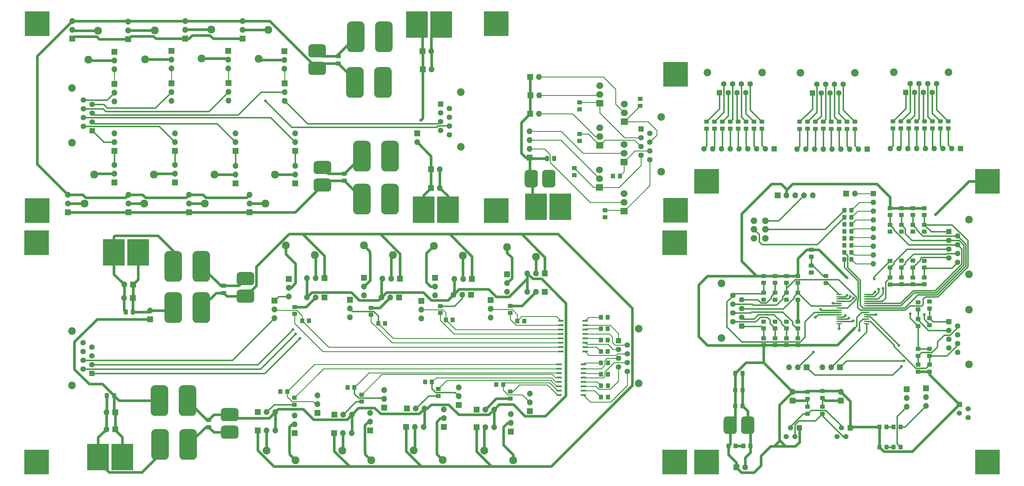
<source format=gbr>
%TF.GenerationSoftware,KiCad,Pcbnew,8.0.1*%
%TF.CreationDate,2024-04-02T21:45:16-06:00*%
%TF.ProjectId,ATV_Project_Slave Barg,4154565f-5072-46f6-9a65-63745f536c61,rev?*%
%TF.SameCoordinates,Original*%
%TF.FileFunction,Copper,L1,Top*%
%TF.FilePolarity,Positive*%
%FSLAX46Y46*%
G04 Gerber Fmt 4.6, Leading zero omitted, Abs format (unit mm)*
G04 Created by KiCad (PCBNEW 8.0.1) date 2024-04-02 21:45:16*
%MOMM*%
%LPD*%
G01*
G04 APERTURE LIST*
G04 Aperture macros list*
%AMRoundRect*
0 Rectangle with rounded corners*
0 $1 Rounding radius*
0 $2 $3 $4 $5 $6 $7 $8 $9 X,Y pos of 4 corners*
0 Add a 4 corners polygon primitive as box body*
4,1,4,$2,$3,$4,$5,$6,$7,$8,$9,$2,$3,0*
0 Add four circle primitives for the rounded corners*
1,1,$1+$1,$2,$3*
1,1,$1+$1,$4,$5*
1,1,$1+$1,$6,$7*
1,1,$1+$1,$8,$9*
0 Add four rect primitives between the rounded corners*
20,1,$1+$1,$2,$3,$4,$5,0*
20,1,$1+$1,$4,$5,$6,$7,0*
20,1,$1+$1,$6,$7,$8,$9,0*
20,1,$1+$1,$8,$9,$2,$3,0*%
G04 Aperture macros list end*
%TA.AperFunction,ComponentPad*%
%ADD10RoundRect,0.248000X-0.552000X0.552000X-0.552000X-0.552000X0.552000X-0.552000X0.552000X0.552000X0*%
%TD*%
%TA.AperFunction,ComponentPad*%
%ADD11C,1.600000*%
%TD*%
%TA.AperFunction,ComponentPad*%
%ADD12C,2.200000*%
%TD*%
%TA.AperFunction,ComponentPad*%
%ADD13RoundRect,0.248000X0.552000X-0.552000X0.552000X0.552000X-0.552000X0.552000X-0.552000X-0.552000X0*%
%TD*%
%TA.AperFunction,ComponentPad*%
%ADD14RoundRect,0.248000X0.552000X0.552000X-0.552000X0.552000X-0.552000X-0.552000X0.552000X-0.552000X0*%
%TD*%
%TA.AperFunction,SMDPad,CuDef*%
%ADD15RoundRect,0.250000X0.450000X-0.325000X0.450000X0.325000X-0.450000X0.325000X-0.450000X-0.325000X0*%
%TD*%
%TA.AperFunction,ComponentPad*%
%ADD16R,1.600000X1.600000*%
%TD*%
%TA.AperFunction,ComponentPad*%
%ADD17O,1.600000X1.600000*%
%TD*%
%TA.AperFunction,ComponentPad*%
%ADD18R,1.700000X1.700000*%
%TD*%
%TA.AperFunction,ComponentPad*%
%ADD19O,1.700000X1.700000*%
%TD*%
%TA.AperFunction,ComponentPad*%
%ADD20R,7.112000X7.112000*%
%TD*%
%TA.AperFunction,ComponentPad*%
%ADD21RoundRect,0.250000X0.350000X0.450000X-0.350000X0.450000X-0.350000X-0.450000X0.350000X-0.450000X0*%
%TD*%
%TA.AperFunction,SMDPad,CuDef*%
%ADD22RoundRect,0.250000X0.350000X0.450000X-0.350000X0.450000X-0.350000X-0.450000X0.350000X-0.450000X0*%
%TD*%
%TA.AperFunction,ComponentPad*%
%ADD23RoundRect,0.250000X-0.450000X0.350000X-0.450000X-0.350000X0.450000X-0.350000X0.450000X0.350000X0*%
%TD*%
%TA.AperFunction,SMDPad,CuDef*%
%ADD24RoundRect,0.250000X-0.450000X0.350000X-0.450000X-0.350000X0.450000X-0.350000X0.450000X0.350000X0*%
%TD*%
%TA.AperFunction,ComponentPad*%
%ADD25RoundRect,0.250000X0.450000X-0.350000X0.450000X0.350000X-0.450000X0.350000X-0.450000X-0.350000X0*%
%TD*%
%TA.AperFunction,SMDPad,CuDef*%
%ADD26RoundRect,0.250000X0.450000X-0.350000X0.450000X0.350000X-0.450000X0.350000X-0.450000X-0.350000X0*%
%TD*%
%TA.AperFunction,ComponentPad*%
%ADD27O,2.000000X1.905000*%
%TD*%
%TA.AperFunction,ComponentPad*%
%ADD28R,2.000000X1.905000*%
%TD*%
%TA.AperFunction,ComponentPad*%
%ADD29R,6.350000X7.620000*%
%TD*%
%TA.AperFunction,ComponentPad*%
%ADD30RoundRect,0.952500X-0.952500X-1.587500X0.952500X-1.587500X0.952500X1.587500X-0.952500X1.587500X0*%
%TD*%
%TA.AperFunction,SMDPad,CuDef*%
%ADD31RoundRect,0.952500X-0.952500X-1.587500X0.952500X-1.587500X0.952500X1.587500X-0.952500X1.587500X0*%
%TD*%
%TA.AperFunction,ComponentPad*%
%ADD32RoundRect,0.250000X-0.337500X-0.475000X0.337500X-0.475000X0.337500X0.475000X-0.337500X0.475000X0*%
%TD*%
%TA.AperFunction,SMDPad,CuDef*%
%ADD33RoundRect,0.250000X-0.337500X-0.475000X0.337500X-0.475000X0.337500X0.475000X-0.337500X0.475000X0*%
%TD*%
%TA.AperFunction,ComponentPad*%
%ADD34RoundRect,1.270000X-1.270000X-3.175000X1.270000X-3.175000X1.270000X3.175000X-1.270000X3.175000X0*%
%TD*%
%TA.AperFunction,ComponentPad*%
%ADD35C,2.286000*%
%TD*%
%TA.AperFunction,SMDPad,CuDef*%
%ADD36RoundRect,0.250000X0.337500X0.475000X-0.337500X0.475000X-0.337500X-0.475000X0.337500X-0.475000X0*%
%TD*%
%TA.AperFunction,ComponentPad*%
%ADD37RoundRect,0.250000X0.325000X0.450000X-0.325000X0.450000X-0.325000X-0.450000X0.325000X-0.450000X0*%
%TD*%
%TA.AperFunction,SMDPad,CuDef*%
%ADD38RoundRect,0.250000X0.325000X0.450000X-0.325000X0.450000X-0.325000X-0.450000X0.325000X-0.450000X0*%
%TD*%
%TA.AperFunction,ComponentPad*%
%ADD39RoundRect,0.250000X-0.475000X0.337500X-0.475000X-0.337500X0.475000X-0.337500X0.475000X0.337500X0*%
%TD*%
%TA.AperFunction,SMDPad,CuDef*%
%ADD40RoundRect,0.250000X-0.475000X0.337500X-0.475000X-0.337500X0.475000X-0.337500X0.475000X0.337500X0*%
%TD*%
%TA.AperFunction,SMDPad,CuDef*%
%ADD41RoundRect,0.250000X-0.350000X-0.450000X0.350000X-0.450000X0.350000X0.450000X-0.350000X0.450000X0*%
%TD*%
%TA.AperFunction,ComponentPad*%
%ADD42RoundRect,0.250000X-0.350000X-0.450000X0.350000X-0.450000X0.350000X0.450000X-0.350000X0.450000X0*%
%TD*%
%TA.AperFunction,ComponentPad*%
%ADD43RoundRect,1.270000X1.270000X3.175000X-1.270000X3.175000X-1.270000X-3.175000X1.270000X-3.175000X0*%
%TD*%
%TA.AperFunction,SMDPad,CuDef*%
%ADD44RoundRect,1.270000X1.270000X3.175000X-1.270000X3.175000X-1.270000X-3.175000X1.270000X-3.175000X0*%
%TD*%
%TA.AperFunction,ComponentPad*%
%ADD45RoundRect,0.952500X1.587500X-0.952500X1.587500X0.952500X-1.587500X0.952500X-1.587500X-0.952500X0*%
%TD*%
%TA.AperFunction,SMDPad,CuDef*%
%ADD46RoundRect,0.952500X1.587500X-0.952500X1.587500X0.952500X-1.587500X0.952500X-1.587500X-0.952500X0*%
%TD*%
%TA.AperFunction,SMDPad,CuDef*%
%ADD47R,1.500000X0.380000*%
%TD*%
%TA.AperFunction,SMDPad,CuDef*%
%ADD48RoundRect,0.250000X0.475000X-0.337500X0.475000X0.337500X-0.475000X0.337500X-0.475000X-0.337500X0*%
%TD*%
%TA.AperFunction,ComponentPad*%
%ADD49C,1.905000*%
%TD*%
%TA.AperFunction,ComponentPad*%
%ADD50R,1.520000X1.520000*%
%TD*%
%TA.AperFunction,ComponentPad*%
%ADD51C,1.520000*%
%TD*%
%TA.AperFunction,ComponentPad*%
%ADD52RoundRect,0.250000X0.450000X-0.325000X0.450000X0.325000X-0.450000X0.325000X-0.450000X-0.325000X0*%
%TD*%
%TA.AperFunction,SMDPad,CuDef*%
%ADD53R,1.500000X0.600000*%
%TD*%
%TA.AperFunction,ComponentPad*%
%ADD54RoundRect,0.952500X-1.587500X0.952500X-1.587500X-0.952500X1.587500X-0.952500X1.587500X0.952500X0*%
%TD*%
%TA.AperFunction,SMDPad,CuDef*%
%ADD55RoundRect,0.952500X-1.587500X0.952500X-1.587500X-0.952500X1.587500X-0.952500X1.587500X0.952500X0*%
%TD*%
%TA.AperFunction,ViaPad*%
%ADD56C,0.800000*%
%TD*%
%TA.AperFunction,Conductor*%
%ADD57C,0.381000*%
%TD*%
%TA.AperFunction,Conductor*%
%ADD58C,0.762000*%
%TD*%
%TA.AperFunction,Conductor*%
%ADD59C,0.250000*%
%TD*%
G04 APERTURE END LIST*
D10*
%TO.P,J2,1*%
%TO.N,Net-(U1-RA0)*%
X214430000Y-107916600D03*
D11*
%TO.P,J2,2*%
%TO.N,Net-(U1-RA1)*%
X211890000Y-106646600D03*
%TO.P,J2,3*%
%TO.N,Net-(U1-RA2)*%
X214430000Y-105376600D03*
%TO.P,J2,4*%
%TO.N,Net-(U1-RA3)*%
X211890000Y-104106600D03*
%TO.P,J2,5*%
%TO.N,Net-(U1-RA4)*%
X214430000Y-102836600D03*
%TO.P,J2,6*%
%TO.N,Net-(U1-RA5)*%
X211890000Y-101566600D03*
%TO.P,J2,7*%
%TO.N,Net-(U1-RA6)*%
X214430000Y-100296600D03*
%TO.P,J2,8*%
%TO.N,Net-(U1-RA7)*%
X211890000Y-99026600D03*
D12*
%TO.P,J2,SH*%
%TO.N,GND*%
X208590000Y-95571600D03*
X208590000Y-111371600D03*
%TD*%
D13*
%TO.P,J46,1*%
%TO.N,unconnected-(J46-Pad1)*%
X185292500Y-50873000D03*
D11*
%TO.P,J46,2*%
%TO.N,unconnected-(J46-Pad2)*%
X187832500Y-52143000D03*
%TO.P,J46,3*%
%TO.N,Net-(Q6-G)*%
X185292500Y-53413000D03*
%TO.P,J46,4*%
%TO.N,Net-(Q5-G)*%
X187832500Y-54683000D03*
%TO.P,J46,5*%
%TO.N,Net-(Q4-G)*%
X185292500Y-55953000D03*
%TO.P,J46,6*%
%TO.N,Net-(Q3-G)*%
X187832500Y-57223000D03*
%TO.P,J46,7*%
%TO.N,Net-(Q2-G)*%
X185292500Y-58493000D03*
%TO.P,J46,8*%
%TO.N,Net-(Q1-G)*%
X187832500Y-59763000D03*
D12*
%TO.P,J46,SH*%
%TO.N,GND*%
X191132500Y-63218000D03*
X191132500Y-47418000D03*
%TD*%
D14*
%TO.P,J25,1*%
%TO.N,Net-(D15-A)*%
X261938977Y-40284740D03*
D11*
%TO.P,J25,2*%
%TO.N,Net-(D16-A)*%
X263208977Y-37744740D03*
%TO.P,J25,3*%
%TO.N,Net-(D17-A)*%
X264478977Y-40284740D03*
%TO.P,J25,4*%
%TO.N,Net-(D18-A)*%
X265748977Y-37744740D03*
%TO.P,J25,5*%
%TO.N,Net-(D19-A)*%
X267018977Y-40284740D03*
%TO.P,J25,6*%
%TO.N,Net-(D20-A)*%
X268288977Y-37744740D03*
%TO.P,J25,7*%
%TO.N,Net-(D21-A)*%
X269558977Y-40284740D03*
%TO.P,J25,8*%
%TO.N,Net-(D22-A)*%
X270828977Y-37744740D03*
D12*
%TO.P,J25,SH*%
%TO.N,GND*%
X274283977Y-34444740D03*
X258483977Y-34444740D03*
%TD*%
D14*
%TO.P,J25,1*%
%TO.N,Net-(D15-A)*%
X234887688Y-40394705D03*
D11*
%TO.P,J25,2*%
%TO.N,Net-(D16-A)*%
X236157688Y-37854705D03*
%TO.P,J25,3*%
%TO.N,Net-(D17-A)*%
X237427688Y-40394705D03*
%TO.P,J25,4*%
%TO.N,Net-(D18-A)*%
X238697688Y-37854705D03*
%TO.P,J25,5*%
%TO.N,Net-(D19-A)*%
X239967688Y-40394705D03*
%TO.P,J25,6*%
%TO.N,Net-(D20-A)*%
X241237688Y-37854705D03*
%TO.P,J25,7*%
%TO.N,Net-(D21-A)*%
X242507688Y-40394705D03*
%TO.P,J25,8*%
%TO.N,Net-(D22-A)*%
X243777688Y-37854705D03*
D12*
%TO.P,J25,SH*%
%TO.N,GND*%
X247232688Y-34554705D03*
X231432688Y-34554705D03*
%TD*%
D13*
%TO.P,J6,1*%
%TO.N,Net-(U1-RC0)*%
X274374000Y-106626000D03*
D11*
%TO.P,J6,2*%
%TO.N,Net-(U1-RC1)*%
X276914000Y-107896000D03*
%TO.P,J6,3*%
%TO.N,Net-(U1-RC2)*%
X274374000Y-109166000D03*
%TO.P,J6,4*%
%TO.N,RC3B*%
X276914000Y-110436000D03*
%TO.P,J6,5*%
%TO.N,RC4B*%
X274374000Y-111706000D03*
%TO.P,J6,6*%
%TO.N,Net-(U1-RC5)*%
X276914000Y-112976000D03*
%TO.P,J6,7*%
%TO.N,RC6B*%
X274374000Y-114246000D03*
%TO.P,J6,8*%
%TO.N,RC7B*%
X276914000Y-115516000D03*
D12*
%TO.P,J6,SH*%
%TO.N,GND*%
X280214000Y-118971000D03*
X280214000Y-103171000D03*
%TD*%
%TO.P,J18,SH*%
%TO.N,GND*%
X133148000Y-40179000D03*
X133148000Y-55979000D03*
D11*
%TO.P,J18,8*%
%TO.N,Net-(JP8-B)*%
X129848000Y-52524000D03*
%TO.P,J18,7*%
%TO.N,Net-(JP9-B)*%
X127308000Y-51254000D03*
%TO.P,J18,6*%
%TO.N,Net-(JP10-B)*%
X129848000Y-49984000D03*
%TO.P,J18,5*%
%TO.N,Net-(JP11-B)*%
X127308000Y-48714000D03*
%TO.P,J18,4*%
%TO.N,Net-(JP12-B)*%
X129848000Y-47444000D03*
%TO.P,J18,3*%
%TO.N,Net-(JP13-B)*%
X127308000Y-46174000D03*
%TO.P,J18,2*%
%TO.N,Net-(JP14-B)*%
X129848000Y-44904000D03*
D13*
%TO.P,J18,1*%
%TO.N,Net-(JP15-B)*%
X127308000Y-43634000D03*
%TD*%
D12*
%TO.P,J35,SH*%
%TO.N,GND*%
X20587500Y-125121000D03*
X20587500Y-109321000D03*
D11*
%TO.P,J35,8*%
%TO.N,Net-(JP33-B)*%
X23887500Y-112776000D03*
%TO.P,J35,7*%
%TO.N,Net-(JP34-B)*%
X26427500Y-114046000D03*
%TO.P,J35,6*%
%TO.N,Net-(JP35-B)*%
X23887500Y-115316000D03*
%TO.P,J35,5*%
%TO.N,Net-(JP36-B)*%
X26427500Y-116586000D03*
%TO.P,J35,4*%
%TO.N,Net-(JP37-B)*%
X23887500Y-117856000D03*
%TO.P,J35,3*%
%TO.N,Net-(JP38-B)*%
X26427500Y-119126000D03*
%TO.P,J35,2*%
%TO.N,Net-(JP39-B)*%
X23887500Y-120396000D03*
D10*
%TO.P,J35,1*%
%TO.N,Net-(JP40-B)*%
X26427500Y-121666000D03*
%TD*%
D14*
%TO.P,J25,1*%
%TO.N,Net-(D15-A)*%
X207979000Y-40348000D03*
D11*
%TO.P,J25,2*%
%TO.N,Net-(D16-A)*%
X209249000Y-37808000D03*
%TO.P,J25,3*%
%TO.N,Net-(D17-A)*%
X210519000Y-40348000D03*
%TO.P,J25,4*%
%TO.N,Net-(D18-A)*%
X211789000Y-37808000D03*
%TO.P,J25,5*%
%TO.N,Net-(D19-A)*%
X213059000Y-40348000D03*
%TO.P,J25,6*%
%TO.N,Net-(D20-A)*%
X214329000Y-37808000D03*
%TO.P,J25,7*%
%TO.N,Net-(D21-A)*%
X215599000Y-40348000D03*
%TO.P,J25,8*%
%TO.N,Net-(D22-A)*%
X216869000Y-37808000D03*
D12*
%TO.P,J25,SH*%
%TO.N,GND*%
X220324000Y-34508000D03*
X204524000Y-34508000D03*
%TD*%
%TO.P,J26,SH*%
%TO.N,GND*%
X184644500Y-108686000D03*
X184644500Y-124486000D03*
D11*
%TO.P,J26,8*%
%TO.N,Net-(J26-Pad8)*%
X181344500Y-121031000D03*
%TO.P,J26,7*%
%TO.N,Net-(J26-Pad7)*%
X178804500Y-119761000D03*
%TO.P,J26,6*%
%TO.N,Net-(J26-Pad6)*%
X181344500Y-118491000D03*
%TO.P,J26,5*%
%TO.N,Net-(J26-Pad5)*%
X178804500Y-117221000D03*
%TO.P,J26,4*%
%TO.N,Net-(J26-Pad4)*%
X181344500Y-115951000D03*
%TO.P,J26,3*%
%TO.N,Net-(J26-Pad3)*%
X178804500Y-114681000D03*
%TO.P,J26,2*%
%TO.N,Net-(J26-Pad2)*%
X181344500Y-113411000D03*
D13*
%TO.P,J26,1*%
%TO.N,Net-(J26-Pad1)*%
X178804500Y-112141000D03*
%TD*%
%TO.P,J5,1*%
%TO.N,RB0*%
X274375000Y-80591000D03*
D11*
%TO.P,J5,2*%
%TO.N,RB1*%
X276915000Y-81861000D03*
%TO.P,J5,3*%
%TO.N,RB2*%
X274375000Y-83131000D03*
%TO.P,J5,4*%
%TO.N,RB3*%
X276915000Y-84401000D03*
%TO.P,J5,5*%
%TO.N,RB4*%
X274375000Y-85671000D03*
%TO.P,J5,6*%
%TO.N,RB5*%
X276915000Y-86941000D03*
%TO.P,J5,7*%
%TO.N,RB6*%
X274375000Y-88211000D03*
%TO.P,J5,8*%
%TO.N,RB7*%
X276915000Y-89481000D03*
D12*
%TO.P,J5,SH*%
%TO.N,GND*%
X280215000Y-92936000D03*
X280215000Y-77136000D03*
%TD*%
%TO.P,J9,SH*%
%TO.N,GND*%
X20641500Y-54836000D03*
X20641500Y-39036000D03*
D11*
%TO.P,J9,8*%
%TO.N,Net-(JP8-C)*%
X23941500Y-42491000D03*
%TO.P,J9,7*%
%TO.N,Net-(JP9-C)*%
X26481500Y-43761000D03*
%TO.P,J9,6*%
%TO.N,Net-(JP10-C)*%
X23941500Y-45031000D03*
%TO.P,J9,5*%
%TO.N,Net-(JP11-C)*%
X26481500Y-46301000D03*
%TO.P,J9,4*%
%TO.N,Net-(JP12-C)*%
X23941500Y-47571000D03*
%TO.P,J9,3*%
%TO.N,Net-(JP13-C)*%
X26481500Y-48841000D03*
%TO.P,J9,2*%
%TO.N,Net-(JP14-C)*%
X23941500Y-50111000D03*
D10*
%TO.P,J9,1*%
%TO.N,Net-(JP15-C)*%
X26481500Y-51381000D03*
%TD*%
D15*
%TO.P,D19,1,K*%
%TO.N,Net-(D19-K)*%
X267373977Y-50700740D03*
%TO.P,D19,2,A*%
%TO.N,Net-(D19-A)*%
X267373977Y-48650740D03*
%TD*%
%TO.P,D16,1,K*%
%TO.N,Net-(D16-K)*%
X260515977Y-50691740D03*
%TO.P,D16,2,A*%
%TO.N,Net-(D16-A)*%
X260515977Y-48641740D03*
%TD*%
%TO.P,D15,1,K*%
%TO.N,Net-(D15-K)*%
X258229977Y-50700740D03*
%TO.P,D15,2,A*%
%TO.N,Net-(D15-A)*%
X258229977Y-48650740D03*
%TD*%
D16*
%TO.P,RN2,1,common*%
%TO.N,GND*%
X277787977Y-56542740D03*
D17*
%TO.P,RN2,2,R1*%
%TO.N,Net-(D22-K)*%
X275247977Y-56542740D03*
%TO.P,RN2,3,R2*%
%TO.N,Net-(D21-K)*%
X272707977Y-56542740D03*
%TO.P,RN2,4,R3*%
%TO.N,Net-(D20-K)*%
X270167977Y-56542740D03*
%TO.P,RN2,5,R4*%
%TO.N,Net-(D19-K)*%
X267627977Y-56542740D03*
%TO.P,RN2,6,R5*%
%TO.N,Net-(D18-K)*%
X265087977Y-56542740D03*
%TO.P,RN2,7,R6*%
%TO.N,Net-(D17-K)*%
X262547977Y-56542740D03*
%TO.P,RN2,8,R7*%
%TO.N,Net-(D16-K)*%
X260007977Y-56542740D03*
%TO.P,RN2,9,R8*%
%TO.N,Net-(D15-K)*%
X257467977Y-56542740D03*
%TD*%
D15*
%TO.P,D18,1,K*%
%TO.N,Net-(D18-K)*%
X265087977Y-50691740D03*
%TO.P,D18,2,A*%
%TO.N,Net-(D18-A)*%
X265087977Y-48641740D03*
%TD*%
%TO.P,D17,1,K*%
%TO.N,Net-(D17-K)*%
X262801977Y-50700740D03*
%TO.P,D17,2,A*%
%TO.N,Net-(D17-A)*%
X262801977Y-48650740D03*
%TD*%
%TO.P,D22,1,K*%
%TO.N,Net-(D22-K)*%
X274231977Y-50700740D03*
%TO.P,D22,2,A*%
%TO.N,Net-(D22-A)*%
X274231977Y-48650740D03*
%TD*%
%TO.P,D21,1,K*%
%TO.N,Net-(D21-K)*%
X271945977Y-50700740D03*
%TO.P,D21,2,A*%
%TO.N,Net-(D21-A)*%
X271945977Y-48650740D03*
%TD*%
%TO.P,D20,1,K*%
%TO.N,Net-(D20-K)*%
X269659977Y-50700740D03*
%TO.P,D20,2,A*%
%TO.N,Net-(D20-A)*%
X269659977Y-48650740D03*
%TD*%
%TO.P,D19,1,K*%
%TO.N,Net-(D19-K)*%
X240322688Y-50810705D03*
%TO.P,D19,2,A*%
%TO.N,Net-(D19-A)*%
X240322688Y-48760705D03*
%TD*%
%TO.P,D16,1,K*%
%TO.N,Net-(D16-K)*%
X233464688Y-50801705D03*
%TO.P,D16,2,A*%
%TO.N,Net-(D16-A)*%
X233464688Y-48751705D03*
%TD*%
%TO.P,D15,1,K*%
%TO.N,Net-(D15-K)*%
X231178688Y-50810705D03*
%TO.P,D15,2,A*%
%TO.N,Net-(D15-A)*%
X231178688Y-48760705D03*
%TD*%
D16*
%TO.P,RN2,1,common*%
%TO.N,GND*%
X250736688Y-56652705D03*
D17*
%TO.P,RN2,2,R1*%
%TO.N,Net-(D22-K)*%
X248196688Y-56652705D03*
%TO.P,RN2,3,R2*%
%TO.N,Net-(D21-K)*%
X245656688Y-56652705D03*
%TO.P,RN2,4,R3*%
%TO.N,Net-(D20-K)*%
X243116688Y-56652705D03*
%TO.P,RN2,5,R4*%
%TO.N,Net-(D19-K)*%
X240576688Y-56652705D03*
%TO.P,RN2,6,R5*%
%TO.N,Net-(D18-K)*%
X238036688Y-56652705D03*
%TO.P,RN2,7,R6*%
%TO.N,Net-(D17-K)*%
X235496688Y-56652705D03*
%TO.P,RN2,8,R7*%
%TO.N,Net-(D16-K)*%
X232956688Y-56652705D03*
%TO.P,RN2,9,R8*%
%TO.N,Net-(D15-K)*%
X230416688Y-56652705D03*
%TD*%
D15*
%TO.P,D18,1,K*%
%TO.N,Net-(D18-K)*%
X238036688Y-50801705D03*
%TO.P,D18,2,A*%
%TO.N,Net-(D18-A)*%
X238036688Y-48751705D03*
%TD*%
%TO.P,D17,1,K*%
%TO.N,Net-(D17-K)*%
X235750688Y-50810705D03*
%TO.P,D17,2,A*%
%TO.N,Net-(D17-A)*%
X235750688Y-48760705D03*
%TD*%
%TO.P,D22,1,K*%
%TO.N,Net-(D22-K)*%
X247180688Y-50810705D03*
%TO.P,D22,2,A*%
%TO.N,Net-(D22-A)*%
X247180688Y-48760705D03*
%TD*%
%TO.P,D21,1,K*%
%TO.N,Net-(D21-K)*%
X244894688Y-50810705D03*
%TO.P,D21,2,A*%
%TO.N,Net-(D21-A)*%
X244894688Y-48760705D03*
%TD*%
%TO.P,D20,1,K*%
%TO.N,Net-(D20-K)*%
X242608688Y-50810705D03*
%TO.P,D20,2,A*%
%TO.N,Net-(D20-A)*%
X242608688Y-48760705D03*
%TD*%
D18*
%TO.P,JP35,1,A*%
%TO.N,Net-(JP35-A)*%
X110984000Y-131542000D03*
D19*
%TO.P,JP35,2,C*%
%TO.N,Net-(JP35-C)*%
X110984000Y-129002000D03*
%TO.P,JP35,3,B*%
%TO.N,Net-(JP35-B)*%
X110984000Y-126462000D03*
%TD*%
D20*
%TO.P,,1*%
%TO.N,GND*%
X10414000Y-147320000D03*
%TD*%
%TO.P,,1*%
%TO.N,GND*%
X10414000Y-83820000D03*
%TD*%
%TO.P,,1*%
%TO.N,GND*%
X195072000Y-147320000D03*
%TD*%
%TO.P,,1*%
%TO.N,GND*%
X195072000Y-83820000D03*
%TD*%
D21*
%TO.P,R76,2*%
%TO.N,GND*%
X177179000Y-64462000D03*
D22*
%TO.P,R76,1*%
%TO.N,Net-(Q3-G)*%
X179179000Y-64462000D03*
%TD*%
D23*
%TO.P,R75,2*%
%TO.N,GND*%
X167511000Y-45142000D03*
D24*
%TO.P,R75,1*%
%TO.N,Net-(Q6-G)*%
X167511000Y-43142000D03*
%TD*%
D25*
%TO.P,R74,2*%
%TO.N,GND*%
X185037000Y-42126000D03*
D26*
%TO.P,R74,1*%
%TO.N,Net-(Q5-G)*%
X185037000Y-44126000D03*
%TD*%
D23*
%TO.P,R73,2*%
%TO.N,GND*%
X167511000Y-54286000D03*
D24*
%TO.P,R73,1*%
%TO.N,Net-(Q4-G)*%
X167511000Y-52286000D03*
%TD*%
D23*
%TO.P,R72,2*%
%TO.N,GND*%
X165987000Y-64192000D03*
D24*
%TO.P,R72,1*%
%TO.N,Net-(Q2-G)*%
X165987000Y-62192000D03*
%TD*%
D23*
%TO.P,R71,2*%
%TO.N,GND*%
X174877000Y-76384000D03*
D24*
%TO.P,R71,1*%
%TO.N,Net-(Q1-G)*%
X174877000Y-74384000D03*
%TD*%
D27*
%TO.P,Q6,3,S*%
%TO.N,GND*%
X173353000Y-38300000D03*
%TO.P,Q6,2,D*%
%TO.N,Net-(J45-Pin_2)*%
X173353000Y-40840000D03*
D28*
%TO.P,Q6,1,G*%
%TO.N,Net-(Q6-G)*%
X173353000Y-43380000D03*
%TD*%
D27*
%TO.P,Q5,3,S*%
%TO.N,GND*%
X180465000Y-43634000D03*
%TO.P,Q5,2,D*%
%TO.N,Net-(J44-Pin_2)*%
X180465000Y-46174000D03*
D28*
%TO.P,Q5,1,G*%
%TO.N,Net-(Q5-G)*%
X180465000Y-48714000D03*
%TD*%
D27*
%TO.P,Q4,3,S*%
%TO.N,GND*%
X173353000Y-50492000D03*
%TO.P,Q4,2,D*%
%TO.N,Net-(J42-Pin_2)*%
X173353000Y-53032000D03*
D28*
%TO.P,Q4,1,G*%
%TO.N,Net-(Q4-G)*%
X173353000Y-55572000D03*
%TD*%
D27*
%TO.P,Q3,3,S*%
%TO.N,GND*%
X180394000Y-55318000D03*
%TO.P,Q3,2,D*%
%TO.N,Net-(J43-Pin_4)*%
X180394000Y-57858000D03*
D28*
%TO.P,Q3,1,G*%
%TO.N,Net-(Q3-G)*%
X180394000Y-60398000D03*
%TD*%
D27*
%TO.P,Q2,3,S*%
%TO.N,GND*%
X173282000Y-62684000D03*
%TO.P,Q2,2,D*%
%TO.N,Net-(J43-Pin_3)*%
X173282000Y-65224000D03*
D28*
%TO.P,Q2,1,G*%
%TO.N,Net-(Q2-G)*%
X173282000Y-67764000D03*
%TD*%
D27*
%TO.P,Q1,3,S*%
%TO.N,GND*%
X180394000Y-69542000D03*
%TO.P,Q1,2,D*%
%TO.N,Net-(J43-Pin_2)*%
X180394000Y-72082000D03*
D28*
%TO.P,Q1,1,G*%
%TO.N,Net-(Q1-G)*%
X180394000Y-74622000D03*
%TD*%
D29*
%TO.P,J47,2*%
%TO.N,GND*%
X161923000Y-73352000D03*
%TO.P,J47,1*%
%TO.N,+12V*%
X154925300Y-73352000D03*
%TD*%
D19*
%TO.P,J45,2,Pin_2*%
%TO.N,Net-(J45-Pin_2)*%
X155827000Y-41094000D03*
D18*
%TO.P,J45,1,Pin_1*%
%TO.N,+12V*%
X153287000Y-41094000D03*
%TD*%
D19*
%TO.P,J44,2,Pin_2*%
%TO.N,Net-(J44-Pin_2)*%
X155795000Y-35782000D03*
D18*
%TO.P,J44,1,Pin_1*%
%TO.N,+12V*%
X153255000Y-35782000D03*
%TD*%
D19*
%TO.P,J43,4,Pin_4*%
%TO.N,Net-(J43-Pin_4)*%
X153033000Y-51508000D03*
%TO.P,J43,3,Pin_3*%
%TO.N,Net-(J43-Pin_3)*%
X153033000Y-54048000D03*
%TO.P,J43,2,Pin_2*%
%TO.N,Net-(J43-Pin_2)*%
X153033000Y-56588000D03*
D18*
%TO.P,J43,1,Pin_1*%
%TO.N,+12V*%
X153033000Y-59128000D03*
%TD*%
D19*
%TO.P,J42,2,Pin_2*%
%TO.N,Net-(J42-Pin_2)*%
X155795000Y-46450000D03*
D18*
%TO.P,J42,1,Pin_1*%
%TO.N,+12V*%
X153255000Y-46450000D03*
%TD*%
D30*
%TO.P,C19,2*%
%TO.N,GND*%
X158621000Y-65224000D03*
D31*
%TO.P,C19,1*%
%TO.N,+12V*%
X153541000Y-65224000D03*
%TD*%
D32*
%TO.P,C18,2*%
%TO.N,GND*%
X160166500Y-59382000D03*
D33*
%TO.P,C18,1*%
%TO.N,+12V*%
X158091500Y-59382000D03*
%TD*%
D34*
%TO.P,L4,1,1*%
%TO.N,Net-(C7-Pad2)*%
X112647000Y-58747000D03*
%TO.P,L4,2,2*%
%TO.N,GND*%
X104519000Y-58747000D03*
%TD*%
D18*
%TO.P,JP10,1,A*%
%TO.N,Net-(JP10-A)*%
X65911000Y-37596149D03*
D19*
%TO.P,JP10,2,C*%
%TO.N,Net-(JP10-C)*%
X65911000Y-40136149D03*
%TO.P,JP10,3,B*%
%TO.N,Net-(JP10-B)*%
X65911000Y-42676149D03*
%TD*%
D35*
%TO.P,F6,2*%
%TO.N,Net-(JP21-C)*%
X59053000Y-72463000D03*
%TO.P,F6,1*%
%TO.N,Net-(F6-Pad1)*%
X61847000Y-64081000D03*
%TD*%
%TO.P,F4,2*%
%TO.N,Net-(JP19-C)*%
X77424000Y-22112851D03*
%TO.P,F4,1*%
%TO.N,Net-(F4-Pad1)*%
X74630000Y-30494851D03*
%TD*%
%TO.P,F16,2*%
%TO.N,Net-(JP48-C)*%
X154940000Y-87884000D03*
%TO.P,F16,1*%
%TO.N,Net-(F16-Pad1)*%
X146558000Y-85090000D03*
%TD*%
D36*
%TO.P,C13,2*%
%TO.N,Net-(C13-Pad2)*%
X36183000Y-103830000D03*
%TO.P,C13,1*%
%TO.N,Net-(JP49-B)*%
X38258000Y-103830000D03*
%TD*%
D26*
%TO.P,R67,2*%
%TO.N,Net-(JP30-C)*%
X85067000Y-102386000D03*
%TO.P,R67,1*%
%TO.N,Net-(R67-Pad1)*%
X85067000Y-104386000D03*
%TD*%
D15*
%TO.P,D19,2,A*%
%TO.N,Net-(D19-A)*%
X213414000Y-48714000D03*
%TO.P,D19,1,K*%
%TO.N,Net-(D19-K)*%
X213414000Y-50764000D03*
%TD*%
D37*
%TO.P,D10,2,A*%
%TO.N,RB3*%
X244139000Y-82496000D03*
D38*
%TO.P,D10,1,K*%
%TO.N,Net-(D10-K)*%
X246189000Y-82496000D03*
%TD*%
D20*
%TO.P,,1*%
%TO.N,GND*%
X143381000Y-74495000D03*
%TD*%
D21*
%TO.P,R68,2*%
%TO.N,GND*%
X143405000Y-124873000D03*
D22*
%TO.P,R68,1*%
%TO.N,Net-(JP33-C)*%
X145405000Y-124873000D03*
%TD*%
D26*
%TO.P,R43,1*%
%TO.N,+5V*%
X267263000Y-95831000D03*
D25*
%TO.P,R43,2*%
%TO.N,RB7*%
X267263000Y-93831000D03*
%TD*%
D24*
%TO.P,R57,2*%
%TO.N,Net-(JP27-C)*%
X126597000Y-128127000D03*
%TO.P,R57,1*%
%TO.N,Net-(R57-Pad1)*%
X126597000Y-126127000D03*
%TD*%
D39*
%TO.P,C1,2*%
%TO.N,GND*%
X234616750Y-92445000D03*
D40*
%TO.P,C1,1*%
%TO.N,Net-(D3-A)*%
X234616750Y-90370000D03*
%TD*%
D24*
%TO.P,R44,2*%
%TO.N,RB7*%
X267263000Y-91005000D03*
D23*
%TO.P,R44,1*%
%TO.N,GND*%
X267263000Y-89005000D03*
%TD*%
D41*
%TO.P,R63,1*%
%TO.N,Net-(JP39-C)*%
X128794000Y-106172000D03*
D42*
%TO.P,R63,2*%
%TO.N,GND*%
X130794000Y-106172000D03*
%TD*%
D19*
%TO.P,JP32,3,B*%
%TO.N,V_A*%
X142778000Y-132096000D03*
%TO.P,JP32,2,C*%
%TO.N,Net-(JP32-C)*%
X140238000Y-132096000D03*
D18*
%TO.P,JP32,1,A*%
%TO.N,V_B*%
X137698000Y-132096000D03*
%TD*%
%TO.P,JP47,1,A*%
%TO.N,V_B*%
X136390000Y-94256000D03*
D19*
%TO.P,JP47,2,C*%
%TO.N,Net-(JP47-C)*%
X133850000Y-94256000D03*
%TO.P,JP47,3,B*%
%TO.N,V_A*%
X131310000Y-94256000D03*
%TD*%
D18*
%TO.P,JP11,1,A*%
%TO.N,Net-(JP11-A)*%
X82167000Y-37665000D03*
D19*
%TO.P,JP11,2,C*%
%TO.N,Net-(JP11-C)*%
X82167000Y-40205000D03*
%TO.P,JP11,3,B*%
%TO.N,Net-(JP11-B)*%
X82167000Y-42745000D03*
%TD*%
D38*
%TO.P,D7,2,A*%
%TO.N,RB0*%
X244139000Y-88592000D03*
%TO.P,D7,1,K*%
%TO.N,Net-(D7-K)*%
X246189000Y-88592000D03*
%TD*%
D37*
%TO.P,D13,2,A*%
%TO.N,RB6*%
X244139000Y-76400000D03*
D38*
%TO.P,D13,1,K*%
%TO.N,Net-(D13-K)*%
X246189000Y-76400000D03*
%TD*%
D18*
%TO.P,JP15,1,A*%
%TO.N,Net-(JP15-A)*%
X32869000Y-57215000D03*
D19*
%TO.P,JP15,2,C*%
%TO.N,Net-(JP15-C)*%
X32869000Y-54675000D03*
%TO.P,JP15,3,B*%
%TO.N,Net-(JP15-B)*%
X32869000Y-52135000D03*
%TD*%
D18*
%TO.P,JP19,1,A*%
%TO.N,V_B*%
X69953000Y-24703000D03*
D19*
%TO.P,JP19,2,C*%
%TO.N,Net-(JP19-C)*%
X69953000Y-22163000D03*
%TO.P,JP19,3,B*%
%TO.N,V_A*%
X69953000Y-19623000D03*
%TD*%
D18*
%TO.P,J13,1*%
%TO.N,GND*%
X82123000Y-28335851D03*
D19*
%TO.P,J13,2*%
%TO.N,Net-(F4-Pad1)*%
X82123000Y-30875851D03*
%TO.P,J13,3*%
%TO.N,Net-(JP11-A)*%
X82123000Y-33415851D03*
%TD*%
D18*
%TO.P,JP9,1,A*%
%TO.N,Net-(JP9-A)*%
X49401000Y-37604149D03*
D19*
%TO.P,JP9,2,C*%
%TO.N,Net-(JP9-C)*%
X49401000Y-40144149D03*
%TO.P,JP9,3,B*%
%TO.N,Net-(JP9-B)*%
X49401000Y-42684149D03*
%TD*%
D18*
%TO.P,J24,1*%
%TO.N,Net-(JP24-A)*%
X122121200Y-33601000D03*
D19*
%TO.P,J24,2*%
%TO.N,Net-(J20-Pad2)*%
X124661200Y-33601000D03*
%TD*%
D17*
%TO.P,RN2,9,R8*%
%TO.N,Net-(D15-K)*%
X203508000Y-56606000D03*
%TO.P,RN2,8,R7*%
%TO.N,Net-(D16-K)*%
X206048000Y-56606000D03*
%TO.P,RN2,7,R6*%
%TO.N,Net-(D17-K)*%
X208588000Y-56606000D03*
%TO.P,RN2,6,R5*%
%TO.N,Net-(D18-K)*%
X211128000Y-56606000D03*
%TO.P,RN2,5,R4*%
%TO.N,Net-(D19-K)*%
X213668000Y-56606000D03*
%TO.P,RN2,4,R3*%
%TO.N,Net-(D20-K)*%
X216208000Y-56606000D03*
%TO.P,RN2,3,R2*%
%TO.N,Net-(D21-K)*%
X218748000Y-56606000D03*
%TO.P,RN2,2,R1*%
%TO.N,Net-(D22-K)*%
X221288000Y-56606000D03*
D16*
%TO.P,RN2,1,common*%
%TO.N,GND*%
X223828000Y-56606000D03*
%TD*%
D41*
%TO.P,R48,1*%
%TO.N,Net-(R48-Pad1)*%
X173684500Y-112014000D03*
D42*
%TO.P,R48,2*%
%TO.N,GND*%
X175684500Y-112014000D03*
%TD*%
D18*
%TO.P,JP12,1,A*%
%TO.N,Net-(JP12-A)*%
X85215000Y-57223000D03*
D19*
%TO.P,JP12,2,C*%
%TO.N,Net-(JP12-C)*%
X85215000Y-54683000D03*
%TO.P,JP12,3,B*%
%TO.N,Net-(JP12-B)*%
X85215000Y-52143000D03*
%TD*%
D35*
%TO.P,F13,1*%
%TO.N,Net-(F13-Pad1)*%
X82550000Y-84582000D03*
%TO.P,F13,2*%
%TO.N,Net-(JP45-C)*%
X90932000Y-87376000D03*
%TD*%
D18*
%TO.P,J21,1*%
%TO.N,Net-(JP24-B)*%
X124553000Y-67913000D03*
D19*
%TO.P,J21,2*%
%TO.N,Net-(C7-Pad2)*%
X127093000Y-67913000D03*
%TD*%
D35*
%TO.P,F2,2*%
%TO.N,Net-(JP17-C)*%
X44563000Y-22298000D03*
%TO.P,F2,1*%
%TO.N,Net-(F2-Pad1)*%
X41769000Y-30680000D03*
%TD*%
D21*
%TO.P,R54,2*%
%TO.N,GND*%
X122803000Y-124079000D03*
D22*
%TO.P,R54,1*%
%TO.N,Net-(JP34-C)*%
X124803000Y-124079000D03*
%TD*%
D35*
%TO.P,F15,2*%
%TO.N,Net-(JP47-C)*%
X133731000Y-87503000D03*
%TO.P,F15,1*%
%TO.N,Net-(F15-Pad1)*%
X125349000Y-84709000D03*
%TD*%
D18*
%TO.P,J11,1*%
%TO.N,GND*%
X49401000Y-28267000D03*
D19*
%TO.P,J11,2*%
%TO.N,Net-(F2-Pad1)*%
X49401000Y-30807000D03*
%TO.P,J11,3*%
%TO.N,Net-(JP9-A)*%
X49401000Y-33347000D03*
%TD*%
D18*
%TO.P,JP31,1,A*%
%TO.N,V_B*%
X96536000Y-133560000D03*
D19*
%TO.P,JP31,2,C*%
%TO.N,Net-(JP31-C)*%
X99076000Y-133560000D03*
%TO.P,JP31,3,B*%
%TO.N,V_A*%
X101616000Y-133560000D03*
%TD*%
D43*
%TO.P,L6,2,2*%
%TO.N,GND*%
X54284000Y-142196000D03*
D44*
%TO.P,L6,1,1*%
%TO.N,Net-(C12-Pad2)*%
X46156000Y-142196000D03*
%TD*%
D19*
%TO.P,JP3,3,B*%
%TO.N,Net-(JP3-B)*%
X228166500Y-119854500D03*
%TO.P,JP3,2,C*%
%TO.N,RC4*%
X230706500Y-119854500D03*
D18*
%TO.P,JP3,1,A*%
%TO.N,RC4B*%
X233246500Y-119854500D03*
%TD*%
%TO.P,J12,1*%
%TO.N,GND*%
X65867000Y-28267000D03*
D19*
%TO.P,J12,2*%
%TO.N,Net-(F3-Pad1)*%
X65867000Y-30807000D03*
%TO.P,J12,3*%
%TO.N,Net-(JP10-A)*%
X65867000Y-33347000D03*
%TD*%
D38*
%TO.P,D6,1,K*%
%TO.N,Net-(D6-K)*%
X212645000Y-142670000D03*
%TO.P,D6,2,A*%
%TO.N,+5V*%
X210595000Y-142670000D03*
%TD*%
D37*
%TO.P,D14,2,A*%
%TO.N,RB7*%
X244139000Y-74368000D03*
D38*
%TO.P,D14,1,K*%
%TO.N,Net-(D14-K)*%
X246189000Y-74368000D03*
%TD*%
D19*
%TO.P,JP37,3,B*%
%TO.N,Net-(JP37-B)*%
X79248000Y-105664000D03*
%TO.P,JP37,2,C*%
%TO.N,Net-(JP37-C)*%
X79248000Y-103124000D03*
D18*
%TO.P,JP37,1,A*%
%TO.N,Net-(JP37-A)*%
X79248000Y-100584000D03*
%TD*%
%TO.P,J14,1*%
%TO.N,GND*%
X85215000Y-66621000D03*
D19*
%TO.P,J14,2*%
%TO.N,Net-(F5-Pad1)*%
X85215000Y-64081000D03*
%TO.P,J14,3*%
%TO.N,Net-(JP12-A)*%
X85215000Y-61541000D03*
%TD*%
D15*
%TO.P,D15,2,A*%
%TO.N,Net-(D15-A)*%
X204270000Y-48714000D03*
%TO.P,D15,1,K*%
%TO.N,Net-(D15-K)*%
X204270000Y-50764000D03*
%TD*%
D24*
%TO.P,R41,2*%
%TO.N,RB5*%
X260659000Y-90989000D03*
D23*
%TO.P,R41,1*%
%TO.N,GND*%
X260659000Y-88989000D03*
%TD*%
D26*
%TO.P,R13,2*%
%TO.N,Net-(U1-RA4)*%
X230686000Y-98260000D03*
D25*
%TO.P,R13,1*%
%TO.N,GND*%
X230686000Y-100260000D03*
%TD*%
D26*
%TO.P,R52,1*%
%TO.N,Net-(R52-Pad1)*%
X147425000Y-104108000D03*
%TO.P,R52,2*%
%TO.N,Net-(JP25-C)*%
X147425000Y-102108000D03*
%TD*%
%TO.P,R26,2*%
%TO.N,GND*%
X268786000Y-114532000D03*
%TO.P,R26,1*%
%TO.N,Net-(U1-RC5)*%
X268786000Y-116532000D03*
%TD*%
D34*
%TO.P,L1,1,1*%
%TO.N,Net-(JP24-A)*%
X110615000Y-37411000D03*
%TO.P,L1,2,2*%
%TO.N,V_A*%
X102487000Y-37411000D03*
%TD*%
D19*
%TO.P,J40,2*%
%TO.N,Net-(C12-Pad2)*%
X30647100Y-132910000D03*
D18*
%TO.P,J40,1*%
%TO.N,Net-(JP49-A)*%
X33187100Y-132910000D03*
%TD*%
D41*
%TO.P,R53,1*%
%TO.N,Net-(JP38-C)*%
X109252000Y-107188000D03*
D42*
%TO.P,R53,2*%
%TO.N,GND*%
X111252000Y-107188000D03*
%TD*%
D18*
%TO.P,JP45,1,A*%
%TO.N,V_B*%
X93718000Y-94002000D03*
D19*
%TO.P,JP45,2,C*%
%TO.N,Net-(JP45-C)*%
X91178000Y-94002000D03*
%TO.P,JP45,3,B*%
%TO.N,V_A*%
X88638000Y-94002000D03*
%TD*%
D15*
%TO.P,D2,1,K*%
%TO.N,Net-(D2-K)*%
X237818500Y-128744500D03*
%TO.P,D2,2,A*%
%TO.N,+5V*%
X237818500Y-126694500D03*
%TD*%
D20*
%TO.P,,1*%
%TO.N,GND*%
X204270000Y-147266000D03*
%TD*%
D15*
%TO.P,D16,2,A*%
%TO.N,Net-(D16-A)*%
X206556000Y-48705000D03*
%TO.P,D16,1,K*%
%TO.N,Net-(D16-K)*%
X206556000Y-50755000D03*
%TD*%
D24*
%TO.P,R42,2*%
%TO.N,RB6*%
X263961000Y-90989000D03*
D23*
%TO.P,R42,1*%
%TO.N,GND*%
X263961000Y-88989000D03*
%TD*%
D20*
%TO.P,,1*%
%TO.N,GND*%
X204270000Y-65986000D03*
%TD*%
D26*
%TO.P,R38,1*%
%TO.N,+5V*%
X260659000Y-95831000D03*
D25*
%TO.P,R38,2*%
%TO.N,RB5*%
X260659000Y-93831000D03*
%TD*%
D38*
%TO.P,D8,2,A*%
%TO.N,RB1*%
X244139000Y-86560000D03*
%TO.P,D8,1,K*%
%TO.N,Net-(D8-K)*%
X246189000Y-86560000D03*
%TD*%
D18*
%TO.P,JP43,1,A*%
%TO.N,V_B*%
X96528000Y-138916000D03*
D19*
%TO.P,JP43,2,C*%
%TO.N,Net-(JP43-C)*%
X99068000Y-138916000D03*
%TO.P,JP43,3,B*%
%TO.N,V_A*%
X101608000Y-138916000D03*
%TD*%
D35*
%TO.P,F5,2*%
%TO.N,Net-(JP20-C)*%
X76579000Y-72463000D03*
%TO.P,F5,1*%
%TO.N,Net-(F5-Pad1)*%
X79373000Y-64081000D03*
%TD*%
D19*
%TO.P,JP33,3,B*%
%TO.N,Net-(JP33-B)*%
X153162000Y-127508000D03*
%TO.P,JP33,2,C*%
%TO.N,Net-(JP33-C)*%
X153162000Y-130048000D03*
D18*
%TO.P,JP33,1,A*%
%TO.N,Net-(JP33-A)*%
X153162000Y-132588000D03*
%TD*%
D26*
%TO.P,R65,1*%
%TO.N,Net-(R65-Pad1)*%
X127254000Y-104124000D03*
%TO.P,R65,2*%
%TO.N,Net-(JP29-C)*%
X127254000Y-102124000D03*
%TD*%
D17*
%TO.P,RN1,9,R8*%
%TO.N,Net-(D7-K)*%
X252521000Y-89862000D03*
%TO.P,RN1,8,R7*%
%TO.N,Net-(D8-K)*%
X252521000Y-87322000D03*
%TO.P,RN1,7,R6*%
%TO.N,Net-(D9-K)*%
X252521000Y-84782000D03*
%TO.P,RN1,6,R5*%
%TO.N,Net-(D10-K)*%
X252521000Y-82242000D03*
%TO.P,RN1,5,R4*%
%TO.N,Net-(D11-K)*%
X252521000Y-79702000D03*
%TO.P,RN1,4,R3*%
%TO.N,Net-(D12-K)*%
X252521000Y-77162000D03*
%TO.P,RN1,3,R2*%
%TO.N,Net-(D13-K)*%
X252521000Y-74622000D03*
%TO.P,RN1,2,R1*%
%TO.N,Net-(D14-K)*%
X252521000Y-72082000D03*
D16*
%TO.P,RN1,1,common*%
%TO.N,Net-(JP7-B)*%
X252521000Y-69542000D03*
%TD*%
D24*
%TO.P,R23,1*%
%TO.N,Net-(U1-RC1)*%
X265484000Y-119088000D03*
%TO.P,R23,2*%
%TO.N,+5V*%
X265484000Y-121088000D03*
%TD*%
D18*
%TO.P,J10,1*%
%TO.N,GND*%
X32891000Y-28521000D03*
D19*
%TO.P,J10,2*%
%TO.N,Net-(F1-Pad1)*%
X32891000Y-31061000D03*
%TO.P,J10,3*%
%TO.N,Net-(JP8-A)*%
X32891000Y-33601000D03*
%TD*%
D26*
%TO.P,R56,1*%
%TO.N,Net-(R56-Pad1)*%
X107188000Y-104632000D03*
%TO.P,R56,2*%
%TO.N,Net-(JP26-C)*%
X107188000Y-102632000D03*
%TD*%
D41*
%TO.P,R51,1*%
%TO.N,Net-(JP40-C)*%
X149511000Y-106434000D03*
D42*
%TO.P,R51,2*%
%TO.N,GND*%
X151511000Y-106434000D03*
%TD*%
D45*
%TO.P,C17,2*%
%TO.N,GND*%
X70866000Y-94234000D03*
D46*
%TO.P,C17,1*%
%TO.N,V_B*%
X70866000Y-99314000D03*
%TD*%
D19*
%TO.P,JP1,3,B*%
%TO.N,Net-(JP1-B)*%
X237818500Y-119854500D03*
%TO.P,JP1,2,C*%
%TO.N,RC3*%
X240358500Y-119854500D03*
D18*
%TO.P,JP1,1,A*%
%TO.N,RC3B*%
X242898500Y-119854500D03*
%TD*%
D35*
%TO.P,F14,2*%
%TO.N,Net-(JP46-C)*%
X113538000Y-87376000D03*
%TO.P,F14,1*%
%TO.N,Net-(F14-Pad1)*%
X105156000Y-84582000D03*
%TD*%
D44*
%TO.P,L5,2,2*%
%TO.N,V_A*%
X54102000Y-129540000D03*
%TO.P,L5,1,1*%
%TO.N,Net-(JP49-A)*%
X45974000Y-129540000D03*
%TD*%
D24*
%TO.P,R58,2*%
%TO.N,Net-(JP28-C)*%
X84985000Y-130675000D03*
%TO.P,R58,1*%
%TO.N,Net-(R58-Pad1)*%
X84985000Y-128675000D03*
%TD*%
D35*
%TO.P,F9,1*%
%TO.N,Net-(F9-Pad1)*%
X148336000Y-146812000D03*
%TO.P,F9,2*%
%TO.N,Net-(JP41-C)*%
X139954000Y-144018000D03*
%TD*%
D18*
%TO.P,J34,1*%
%TO.N,GND*%
X146558000Y-92964000D03*
D19*
%TO.P,J34,2*%
%TO.N,Net-(F16-Pad1)*%
X146558000Y-95504000D03*
%TO.P,J34,3*%
%TO.N,Net-(JP40-A)*%
X146558000Y-98044000D03*
%TD*%
D41*
%TO.P,R47,1*%
%TO.N,Net-(R47-Pad1)*%
X173684500Y-105410000D03*
D42*
%TO.P,R47,2*%
%TO.N,GND*%
X175684500Y-105410000D03*
%TD*%
D26*
%TO.P,R19,2*%
%TO.N,Net-(U1-RA7)*%
X220780000Y-98260000D03*
D25*
%TO.P,R19,1*%
%TO.N,GND*%
X220780000Y-100260000D03*
%TD*%
D35*
%TO.P,F11,2*%
%TO.N,Net-(JP43-C)*%
X98822000Y-143974000D03*
%TO.P,F11,1*%
%TO.N,Net-(F11-Pad1)*%
X107204000Y-146768000D03*
%TD*%
D19*
%TO.P,JP7,2,B*%
%TO.N,Net-(JP7-B)*%
X247164000Y-69564000D03*
D18*
%TO.P,JP7,1,A*%
%TO.N,GND*%
X244624000Y-69564000D03*
%TD*%
D42*
%TO.P,R64,2*%
%TO.N,GND*%
X89243000Y-106418000D03*
D41*
%TO.P,R64,1*%
%TO.N,Net-(JP37-C)*%
X87243000Y-106418000D03*
%TD*%
D20*
%TO.P,,1*%
%TO.N,GND*%
X143381000Y-20393000D03*
%TD*%
D41*
%TO.P,R61,1*%
%TO.N,Net-(R61-Pad1)*%
X173740500Y-121888200D03*
D42*
%TO.P,R61,2*%
%TO.N,GND*%
X175740500Y-121888200D03*
%TD*%
D41*
%TO.P,R50,1*%
%TO.N,Net-(R50-Pad1)*%
X173740500Y-118586200D03*
D42*
%TO.P,R50,2*%
%TO.N,GND*%
X175740500Y-118586200D03*
%TD*%
D18*
%TO.P,JP39,1,A*%
%TO.N,Net-(JP39-A)*%
X121688000Y-100592000D03*
D19*
%TO.P,JP39,2,C*%
%TO.N,Net-(JP39-C)*%
X121688000Y-103132000D03*
%TO.P,JP39,3,B*%
%TO.N,Net-(JP39-B)*%
X121688000Y-105672000D03*
%TD*%
%TO.P,J33,3*%
%TO.N,Net-(JP39-A)*%
X125730000Y-99060000D03*
%TO.P,J33,2*%
%TO.N,Net-(F15-Pad1)*%
X125730000Y-96520000D03*
D18*
%TO.P,J33,1*%
%TO.N,GND*%
X125730000Y-93980000D03*
%TD*%
D22*
%TO.P,R55,1*%
%TO.N,Net-(JP36-C)*%
X82937000Y-126881000D03*
D21*
%TO.P,R55,2*%
%TO.N,GND*%
X80937000Y-126881000D03*
%TD*%
D36*
%TO.P,C12,2*%
%TO.N,Net-(C12-Pad2)*%
X30715700Y-128072000D03*
%TO.P,C12,1*%
%TO.N,Net-(JP49-A)*%
X32790700Y-128072000D03*
%TD*%
D41*
%TO.P,R45,2*%
%TO.N,Net-(JP5-B)*%
X260388000Y-142948000D03*
%TO.P,R45,1*%
%TO.N,Net-(D5-K)*%
X258388000Y-142948000D03*
%TD*%
D26*
%TO.P,R9,1*%
%TO.N,+5V*%
X230686000Y-113452000D03*
%TO.P,R9,2*%
%TO.N,Net-(U1-RA3)*%
X230686000Y-111452000D03*
%TD*%
D25*
%TO.P,R21,2*%
%TO.N,Net-(R21-Pad2)*%
X268786000Y-100816000D03*
%TO.P,R21,1*%
%TO.N,Net-(U1-RC0)*%
X268786000Y-102816000D03*
%TD*%
D47*
%TO.P,U1,28,ICSPDAT/RB7*%
%TO.N,RB7*%
X250576800Y-98747200D03*
%TO.P,U1,27,ICSPCLK/RB6*%
%TO.N,RB6*%
X250576800Y-99397200D03*
%TO.P,U1,26,RB5*%
%TO.N,RB5*%
X250576800Y-100047200D03*
%TO.P,U1,25,RB4*%
%TO.N,RB4*%
X250576800Y-100697200D03*
%TO.P,U1,24,RB3*%
%TO.N,RB3*%
X250576800Y-101347200D03*
%TO.P,U1,23,RB2*%
%TO.N,RB2*%
X250576800Y-101997200D03*
%TO.P,U1,22,RB1*%
%TO.N,RB1*%
X250576800Y-102647200D03*
%TO.P,U1,21,RB0*%
%TO.N,RB0*%
X250576800Y-103297200D03*
%TO.P,U1,20,VDD*%
%TO.N,+5V*%
X250576800Y-103947200D03*
%TO.P,U1,19,VSS*%
%TO.N,GND*%
X250576800Y-104597200D03*
%TO.P,U1,18,RC7*%
%TO.N,RC7*%
X250576800Y-105247200D03*
%TO.P,U1,17,RC6*%
%TO.N,RC6*%
X250576800Y-105897200D03*
%TO.P,U1,16,RC5*%
%TO.N,Net-(U1-RC5)*%
X250576800Y-106547200D03*
%TO.P,U1,15,RC4*%
%TO.N,RC3*%
X250576800Y-107197200D03*
%TO.P,U1,14,RC3*%
%TO.N,RC4*%
X242608000Y-107207000D03*
%TO.P,U1,13,RC2*%
%TO.N,Net-(U1-RC2)*%
X242608000Y-106557000D03*
%TO.P,U1,12,RC1*%
%TO.N,Net-(U1-RC1)*%
X242608000Y-105907000D03*
%TO.P,U1,11,RC0*%
%TO.N,Net-(U1-RC0)*%
X242608000Y-105257000D03*
%TO.P,U1,10,RA6*%
%TO.N,Net-(U1-RA6)*%
X242608000Y-104607000D03*
%TO.P,U1,9,RA7*%
%TO.N,Net-(U1-RA7)*%
X242608000Y-103957000D03*
%TO.P,U1,8,VSS*%
%TO.N,GND*%
X242608000Y-103307000D03*
%TO.P,U1,7,RA5*%
%TO.N,Net-(U1-RA5)*%
X242608000Y-102657000D03*
%TO.P,U1,6,RA4*%
%TO.N,Net-(U1-RA4)*%
X242608000Y-102007000D03*
%TO.P,U1,5,RA3*%
%TO.N,Net-(U1-RA3)*%
X242608000Y-101357000D03*
%TO.P,U1,4,RA2*%
%TO.N,Net-(U1-RA2)*%
X242608000Y-100707000D03*
%TO.P,U1,3,RA1*%
%TO.N,Net-(U1-RA1)*%
X242608000Y-100057000D03*
%TO.P,U1,2,RA0*%
%TO.N,Net-(U1-RA0)*%
X242608000Y-99407000D03*
%TO.P,U1,1,RE3/~{MCLR}/VPP*%
%TO.N,Net-(D3-K)*%
X242608000Y-98757000D03*
%TD*%
D18*
%TO.P,JP25,1,A*%
%TO.N,V_B*%
X157480000Y-98044000D03*
D19*
%TO.P,JP25,2,C*%
%TO.N,Net-(JP25-C)*%
X154940000Y-98044000D03*
%TO.P,JP25,3,B*%
%TO.N,V_A*%
X152400000Y-98044000D03*
%TD*%
D18*
%TO.P,JP8,1,A*%
%TO.N,Net-(JP8-A)*%
X32913000Y-37842149D03*
D19*
%TO.P,JP8,2,C*%
%TO.N,Net-(JP8-C)*%
X32913000Y-40382149D03*
%TO.P,JP8,3,B*%
%TO.N,Net-(JP8-B)*%
X32913000Y-42922149D03*
%TD*%
D22*
%TO.P,R66,1*%
%TO.N,Net-(JP35-C)*%
X102370000Y-125708000D03*
D21*
%TO.P,R66,2*%
%TO.N,GND*%
X100370000Y-125708000D03*
%TD*%
D18*
%TO.P,JP17,1,A*%
%TO.N,V_B*%
X36921000Y-24830000D03*
D19*
%TO.P,JP17,2,C*%
%TO.N,Net-(JP17-C)*%
X36921000Y-22290000D03*
%TO.P,JP17,3,B*%
%TO.N,V_A*%
X36921000Y-19750000D03*
%TD*%
D18*
%TO.P,J30,1*%
%TO.N,GND*%
X85068000Y-138930000D03*
D19*
%TO.P,J30,2*%
%TO.N,Net-(F12-Pad1)*%
X85068000Y-136390000D03*
%TO.P,J30,3*%
%TO.N,Net-(JP36-A)*%
X85068000Y-133850000D03*
%TD*%
D34*
%TO.P,L3,1,1*%
%TO.N,Net-(JP24-B)*%
X112647000Y-71193000D03*
%TO.P,L3,2,2*%
%TO.N,V_B*%
X104519000Y-71193000D03*
%TD*%
D15*
%TO.P,D1,1,K*%
%TO.N,Net-(D1-K)*%
X233500500Y-128998500D03*
%TO.P,D1,2,A*%
%TO.N,+5V*%
X233500500Y-126948500D03*
%TD*%
D18*
%TO.P,JP13,1,A*%
%TO.N,Net-(JP13-A)*%
X67943000Y-57223000D03*
D19*
%TO.P,JP13,2,C*%
%TO.N,Net-(JP13-C)*%
X67943000Y-54683000D03*
%TO.P,JP13,3,B*%
%TO.N,Net-(JP13-B)*%
X67943000Y-52143000D03*
%TD*%
D26*
%TO.P,R16,2*%
%TO.N,Net-(U1-RA5)*%
X227384000Y-98260000D03*
D25*
%TO.P,R16,1*%
%TO.N,GND*%
X227384000Y-100260000D03*
%TD*%
D19*
%TO.P,JP27,3,B*%
%TO.N,V_A*%
X122682000Y-131826000D03*
%TO.P,JP27,2,C*%
%TO.N,Net-(JP27-C)*%
X120142000Y-131826000D03*
D18*
%TO.P,JP27,1,A*%
%TO.N,V_B*%
X117602000Y-131826000D03*
%TD*%
%TO.P,JP26,1,A*%
%TO.N,V_B*%
X115308000Y-99590000D03*
D19*
%TO.P,JP26,2,C*%
%TO.N,Net-(JP26-C)*%
X112768000Y-99590000D03*
%TO.P,JP26,3,B*%
%TO.N,V_A*%
X110228000Y-99590000D03*
%TD*%
D26*
%TO.P,R3,1*%
%TO.N,+5V*%
X220780000Y-113452000D03*
%TO.P,R3,2*%
%TO.N,Net-(U1-RA0)*%
X220780000Y-111452000D03*
%TD*%
D24*
%TO.P,R18,1*%
%TO.N,+5V*%
X220780000Y-93418000D03*
%TO.P,R18,2*%
%TO.N,Net-(U1-RA7)*%
X220780000Y-95418000D03*
%TD*%
D48*
%TO.P,C9,1*%
%TO.N,V_B*%
X99439000Y-65859000D03*
%TO.P,C9,2*%
%TO.N,GND*%
X99439000Y-63784000D03*
%TD*%
D24*
%TO.P,R31,1*%
%TO.N,+5V*%
X260659000Y-73765000D03*
%TO.P,R31,2*%
%TO.N,RB2*%
X260659000Y-75765000D03*
%TD*%
D20*
%TO.P,,1*%
%TO.N,GND*%
X195268000Y-34998000D03*
%TD*%
D18*
%TO.P,JP18,1,A*%
%TO.N,V_B*%
X53399000Y-24703000D03*
D19*
%TO.P,JP18,2,C*%
%TO.N,Net-(JP18-C)*%
X53399000Y-22163000D03*
%TO.P,JP18,3,B*%
%TO.N,V_A*%
X53399000Y-19623000D03*
%TD*%
D25*
%TO.P,R35,1*%
%TO.N,+5V*%
X257357000Y-95871000D03*
D26*
%TO.P,R35,2*%
%TO.N,RB4*%
X257357000Y-93871000D03*
%TD*%
D24*
%TO.P,R27,1*%
%TO.N,Net-(U1-RC5)*%
X268786000Y-119104000D03*
%TO.P,R27,2*%
%TO.N,+5V*%
X268786000Y-121104000D03*
%TD*%
%TO.P,R30,1*%
%TO.N,+5V*%
X263961000Y-73781000D03*
%TO.P,R30,2*%
%TO.N,RB1*%
X263961000Y-75781000D03*
%TD*%
D33*
%TO.P,C4,1*%
%TO.N,+5V*%
X212609000Y-131010000D03*
%TO.P,C4,2*%
%TO.N,GND*%
X214684000Y-131010000D03*
%TD*%
D25*
%TO.P,R25,2*%
%TO.N,Net-(R21-Pad2)*%
X265484000Y-101054000D03*
D26*
%TO.P,R25,1*%
%TO.N,Net-(U1-RC2)*%
X265484000Y-103054000D03*
%TD*%
%TO.P,R5,1*%
%TO.N,+5V*%
X224082000Y-113452000D03*
%TO.P,R5,2*%
%TO.N,Net-(U1-RA1)*%
X224082000Y-111452000D03*
%TD*%
D34*
%TO.P,L2,1,1*%
%TO.N,Net-(J20-Pad2)*%
X110869000Y-24203000D03*
%TO.P,L2,2,2*%
%TO.N,GND*%
X102741000Y-24203000D03*
%TD*%
D24*
%TO.P,R70,2*%
%TO.N,Net-(JP32-C)*%
X147469000Y-128921000D03*
%TO.P,R70,1*%
%TO.N,Net-(R70-Pad1)*%
X147469000Y-126921000D03*
%TD*%
D20*
%TO.P,,1*%
%TO.N,GND*%
X195268000Y-74368000D03*
%TD*%
D37*
%TO.P,D9,2,A*%
%TO.N,RB2*%
X244139000Y-84528000D03*
D38*
%TO.P,D9,1,K*%
%TO.N,Net-(D9-K)*%
X246189000Y-84528000D03*
%TD*%
D18*
%TO.P,JP46,1,A*%
%TO.N,V_B*%
X115570000Y-94234000D03*
D19*
%TO.P,JP46,2,C*%
%TO.N,Net-(JP46-C)*%
X113030000Y-94234000D03*
%TO.P,JP46,3,B*%
%TO.N,V_A*%
X110490000Y-94234000D03*
%TD*%
D18*
%TO.P,JP48,1,A*%
%TO.N,V_B*%
X157488000Y-92688000D03*
D19*
%TO.P,JP48,2,C*%
%TO.N,Net-(JP48-C)*%
X154948000Y-92688000D03*
%TO.P,JP48,3,B*%
%TO.N,V_A*%
X152408000Y-92688000D03*
%TD*%
D18*
%TO.P,JP49,1,A*%
%TO.N,Net-(JP49-A)*%
X43202000Y-105950000D03*
D19*
%TO.P,JP49,2,B*%
%TO.N,Net-(JP49-B)*%
X43202000Y-103410000D03*
%TD*%
%TO.P,J27,3*%
%TO.N,Net-(JP33-A)*%
X147596000Y-133358000D03*
%TO.P,J27,2*%
%TO.N,Net-(F9-Pad1)*%
X147596000Y-135898000D03*
D18*
%TO.P,J27,1*%
%TO.N,GND*%
X147596000Y-138438000D03*
%TD*%
D24*
%TO.P,R10,1*%
%TO.N,+5V*%
X230686000Y-93418000D03*
%TO.P,R10,2*%
%TO.N,Net-(U1-RA4)*%
X230686000Y-95418000D03*
%TD*%
%TO.P,R69,1*%
%TO.N,Net-(R69-Pad1)*%
X104418000Y-127772000D03*
%TO.P,R69,2*%
%TO.N,Net-(JP31-C)*%
X104418000Y-129772000D03*
%TD*%
D35*
%TO.P,F3,2*%
%TO.N,Net-(JP18-C)*%
X60914000Y-22044000D03*
%TO.P,F3,1*%
%TO.N,Net-(F3-Pad1)*%
X58120000Y-30426000D03*
%TD*%
D18*
%TO.P,J15,1*%
%TO.N,GND*%
X67943000Y-66621000D03*
D19*
%TO.P,J15,2*%
%TO.N,Net-(F6-Pad1)*%
X67943000Y-64081000D03*
%TO.P,J15,3*%
%TO.N,Net-(JP13-A)*%
X67943000Y-61541000D03*
%TD*%
D23*
%TO.P,R8,2*%
%TO.N,Net-(U1-RA2)*%
X227384000Y-108610000D03*
%TO.P,R8,1*%
%TO.N,GND*%
X227384000Y-106610000D03*
%TD*%
D18*
%TO.P,JP16,1,A*%
%TO.N,V_B*%
X20699000Y-24711000D03*
D19*
%TO.P,JP16,2,C*%
%TO.N,Net-(JP16-C)*%
X20699000Y-22171000D03*
%TO.P,JP16,3,B*%
%TO.N,V_A*%
X20699000Y-19631000D03*
%TD*%
%TO.P,JP30,3,B*%
%TO.N,V_A*%
X88638000Y-99590000D03*
%TO.P,JP30,2,C*%
%TO.N,Net-(JP30-C)*%
X91178000Y-99590000D03*
D18*
%TO.P,JP30,1,A*%
%TO.N,V_B*%
X93718000Y-99590000D03*
%TD*%
%TO.P,J16,1*%
%TO.N,GND*%
X50417000Y-66367000D03*
D19*
%TO.P,J16,2*%
%TO.N,Net-(F7-Pad1)*%
X50417000Y-63827000D03*
%TO.P,J16,3*%
%TO.N,Net-(JP14-A)*%
X50417000Y-61287000D03*
%TD*%
%TO.P,J1,5*%
%TO.N,RB6P*%
X235004000Y-70050000D03*
%TO.P,J1,4*%
%TO.N,RB7P*%
X232464000Y-70050000D03*
%TO.P,J1,3*%
%TO.N,GND*%
X229924000Y-70050000D03*
%TO.P,J1,2*%
%TO.N,+5V*%
X227384000Y-70050000D03*
D18*
%TO.P,J1,1*%
%TO.N,Net-(D3-K)*%
X224844000Y-70050000D03*
%TD*%
D31*
%TO.P,C5,1*%
%TO.N,+5V*%
X211128000Y-136598000D03*
%TO.P,C5,2*%
%TO.N,GND*%
X216208000Y-136598000D03*
%TD*%
D49*
%TO.P,SW1,6,C*%
%TO.N,RB6*%
X217960600Y-82496000D03*
%TO.P,SW1,5,B*%
X217960600Y-79905200D03*
%TO.P,SW1,4,A*%
%TO.N,RB6P*%
X217960600Y-77416000D03*
%TO.P,SW1,3,C*%
%TO.N,RB7P*%
X221288000Y-77416000D03*
%TO.P,SW1,2,B*%
%TO.N,RB7*%
X221288000Y-79905200D03*
%TO.P,SW1,1,A*%
X221288000Y-82496000D03*
%TD*%
D19*
%TO.P,JP5,3,B*%
%TO.N,Net-(JP5-B)*%
X262182000Y-131264000D03*
%TO.P,JP5,2,C*%
%TO.N,RC6*%
X262182000Y-128724000D03*
D18*
%TO.P,JP5,1,A*%
%TO.N,RC6B*%
X262182000Y-126184000D03*
%TD*%
D33*
%TO.P,C2,1*%
%TO.N,+5V*%
X212609000Y-121612000D03*
%TO.P,C2,2*%
%TO.N,GND*%
X214684000Y-121612000D03*
%TD*%
D41*
%TO.P,R49,1*%
%TO.N,Net-(R49-Pad1)*%
X173740500Y-125190200D03*
D42*
%TO.P,R49,2*%
%TO.N,GND*%
X175740500Y-125190200D03*
%TD*%
D23*
%TO.P,R11,2*%
%TO.N,Net-(U1-RA3)*%
X230686000Y-108610000D03*
%TO.P,R11,1*%
%TO.N,GND*%
X230686000Y-106610000D03*
%TD*%
%TO.P,R4,2*%
%TO.N,Net-(U1-RA0)*%
X220780000Y-108626000D03*
%TO.P,R4,1*%
%TO.N,GND*%
X220780000Y-106626000D03*
%TD*%
D24*
%TO.P,R2,2*%
%TO.N,Net-(JP1-B)*%
X237818500Y-133275500D03*
%TO.P,R2,1*%
%TO.N,Net-(D2-K)*%
X237818500Y-131275500D03*
%TD*%
D19*
%TO.P,JP41,3,B*%
%TO.N,V_A*%
X142778000Y-137176000D03*
%TO.P,JP41,2,C*%
%TO.N,Net-(JP41-C)*%
X140238000Y-137176000D03*
D18*
%TO.P,JP41,1,A*%
%TO.N,V_B*%
X137698000Y-137176000D03*
%TD*%
%TO.P,JP14,1,A*%
%TO.N,Net-(JP14-A)*%
X50417000Y-57223000D03*
D19*
%TO.P,JP14,2,C*%
%TO.N,Net-(JP14-C)*%
X50417000Y-54683000D03*
%TO.P,JP14,3,B*%
%TO.N,Net-(JP14-B)*%
X50417000Y-52143000D03*
%TD*%
D18*
%TO.P,JP4,1,A*%
%TO.N,Net-(D2-K)*%
X243152500Y-129511500D03*
D19*
%TO.P,JP4,2,B*%
%TO.N,+5V*%
X243152500Y-126971500D03*
%TD*%
D18*
%TO.P,J17,1*%
%TO.N,GND*%
X32891000Y-66367000D03*
D19*
%TO.P,J17,2*%
%TO.N,Net-(F8-Pad1)*%
X32891000Y-63827000D03*
%TO.P,J17,3*%
%TO.N,Net-(JP15-A)*%
X32891000Y-61287000D03*
%TD*%
D50*
%TO.P,J4,1*%
%TO.N,+5V*%
X245824500Y-137368000D03*
D51*
%TO.P,J4,2*%
%TO.N,Net-(JP1-B)*%
X244554500Y-139908000D03*
%TO.P,J4,3*%
%TO.N,Net-(JP3-B)*%
X243284500Y-137368000D03*
%TO.P,J4,4*%
%TO.N,GND*%
X242014500Y-139908000D03*
%TD*%
D19*
%TO.P,J38,2*%
%TO.N,Net-(C13-Pad2)*%
X35718000Y-99766000D03*
D18*
%TO.P,J38,1*%
%TO.N,Net-(JP49-B)*%
X38258000Y-99766000D03*
%TD*%
D23*
%TO.P,R7,2*%
%TO.N,Net-(U1-RA1)*%
X224082000Y-108610000D03*
%TO.P,R7,1*%
%TO.N,GND*%
X224082000Y-106610000D03*
%TD*%
D43*
%TO.P,L8,2,2*%
%TO.N,GND*%
X58070000Y-90622000D03*
D44*
%TO.P,L8,1,1*%
%TO.N,Net-(C13-Pad2)*%
X49942000Y-90622000D03*
%TD*%
D19*
%TO.P,J31,3*%
%TO.N,Net-(JP37-A)*%
X83334000Y-99322000D03*
%TO.P,J31,2*%
%TO.N,Net-(F13-Pad1)*%
X83334000Y-96782000D03*
D18*
%TO.P,J31,1*%
%TO.N,GND*%
X83334000Y-94242000D03*
%TD*%
D19*
%TO.P,J28,3*%
%TO.N,Net-(JP34-A)*%
X128270000Y-132080000D03*
%TO.P,J28,2*%
%TO.N,Net-(F10-Pad1)*%
X128270000Y-134620000D03*
D18*
%TO.P,J28,1*%
%TO.N,GND*%
X128270000Y-137160000D03*
%TD*%
D15*
%TO.P,D21,2,A*%
%TO.N,Net-(D21-A)*%
X217986000Y-48714000D03*
%TO.P,D21,1,K*%
%TO.N,Net-(D21-K)*%
X217986000Y-50764000D03*
%TD*%
D48*
%TO.P,C8,1*%
%TO.N,V_A*%
X97661000Y-31844500D03*
%TO.P,C8,2*%
%TO.N,GND*%
X97661000Y-29769500D03*
%TD*%
D29*
%TO.P,J20,1*%
%TO.N,Net-(JP24-A)*%
X120457500Y-20647000D03*
%TO.P,J20,2*%
%TO.N,Net-(J20-Pad2)*%
X127455200Y-20647000D03*
%TD*%
D15*
%TO.P,D20,2,A*%
%TO.N,Net-(D20-A)*%
X215700000Y-48714000D03*
%TO.P,D20,1,K*%
%TO.N,Net-(D20-K)*%
X215700000Y-50764000D03*
%TD*%
D20*
%TO.P,,1*%
%TO.N,GND*%
X285550000Y-65986000D03*
%TD*%
D25*
%TO.P,R17,2*%
%TO.N,Net-(U1-RA6)*%
X224082000Y-98260000D03*
%TO.P,R17,1*%
%TO.N,GND*%
X224082000Y-100260000D03*
%TD*%
D24*
%TO.P,R1,2*%
%TO.N,Net-(JP3-B)*%
X233500500Y-133307500D03*
%TO.P,R1,1*%
%TO.N,Net-(D1-K)*%
X233500500Y-131307500D03*
%TD*%
D19*
%TO.P,J36,2*%
%TO.N,Net-(C13-Pad2)*%
X35750000Y-95934000D03*
D18*
%TO.P,J36,1*%
%TO.N,Net-(JP49-B)*%
X38290000Y-95934000D03*
%TD*%
D19*
%TO.P,JP6,3,B*%
%TO.N,Net-(JP6-B)*%
X267770000Y-131010000D03*
%TO.P,JP6,2,C*%
%TO.N,RC7*%
X267770000Y-128470000D03*
D18*
%TO.P,JP6,1,A*%
%TO.N,RC7B*%
X267770000Y-125930000D03*
%TD*%
D46*
%TO.P,C10,1*%
%TO.N,V_A*%
X91565000Y-33347000D03*
D45*
%TO.P,C10,2*%
%TO.N,GND*%
X91565000Y-28267000D03*
%TD*%
D29*
%TO.P,J37,2*%
%TO.N,Net-(C12-Pad2)*%
X28175700Y-145852000D03*
%TO.P,J37,1*%
%TO.N,Net-(JP49-A)*%
X35173400Y-145852000D03*
%TD*%
D15*
%TO.P,D3,2,A*%
%TO.N,Net-(D3-A)*%
X238814000Y-93400000D03*
D52*
%TO.P,D3,1,K*%
%TO.N,Net-(D3-K)*%
X238814000Y-95450000D03*
%TD*%
D41*
%TO.P,R60,1*%
%TO.N,Net-(R60-Pad1)*%
X173684500Y-115316000D03*
D42*
%TO.P,R60,2*%
%TO.N,GND*%
X175684500Y-115316000D03*
%TD*%
D41*
%TO.P,R59,1*%
%TO.N,Net-(R59-Pad1)*%
X173684500Y-108712000D03*
D42*
%TO.P,R59,2*%
%TO.N,GND*%
X175684500Y-108712000D03*
%TD*%
D18*
%TO.P,JP24,1,A*%
%TO.N,Net-(JP24-A)*%
X120521000Y-52111000D03*
D19*
%TO.P,JP24,2,B*%
%TO.N,Net-(JP24-B)*%
X120521000Y-54651000D03*
%TD*%
D24*
%TO.P,R15,1*%
%TO.N,+5V*%
X224082000Y-93418000D03*
%TO.P,R15,2*%
%TO.N,Net-(U1-RA6)*%
X224082000Y-95418000D03*
%TD*%
D29*
%TO.P,J22,1*%
%TO.N,Net-(JP24-B)*%
X122413300Y-74241000D03*
%TO.P,J22,2*%
%TO.N,Net-(C7-Pad2)*%
X129411000Y-74241000D03*
%TD*%
D18*
%TO.P,JP21,1,A*%
%TO.N,V_B*%
X54459000Y-74995000D03*
D19*
%TO.P,JP21,2,C*%
%TO.N,Net-(JP21-C)*%
X54459000Y-72455000D03*
%TO.P,JP21,3,B*%
%TO.N,V_A*%
X54459000Y-69915000D03*
%TD*%
D35*
%TO.P,F1,2*%
%TO.N,Net-(JP16-C)*%
X28192000Y-22425000D03*
%TO.P,F1,1*%
%TO.N,Net-(F1-Pad1)*%
X25398000Y-30807000D03*
%TD*%
D37*
%TO.P,D11,2,A*%
%TO.N,RB4*%
X244139000Y-80464000D03*
D38*
%TO.P,D11,1,K*%
%TO.N,Net-(D11-K)*%
X246189000Y-80464000D03*
%TD*%
D24*
%TO.P,R14,1*%
%TO.N,+5V*%
X227384000Y-93418000D03*
%TO.P,R14,2*%
%TO.N,Net-(U1-RA5)*%
X227384000Y-95418000D03*
%TD*%
D18*
%TO.P,JP23,1,A*%
%TO.N,V_B*%
X19429000Y-75003000D03*
D19*
%TO.P,JP23,2,C*%
%TO.N,Net-(JP23-C)*%
X19429000Y-72463000D03*
%TO.P,JP23,3,B*%
%TO.N,V_A*%
X19429000Y-69923000D03*
%TD*%
D24*
%TO.P,R20,2*%
%TO.N,GND*%
X268786000Y-107642000D03*
%TO.P,R20,1*%
%TO.N,Net-(U1-RC0)*%
X268786000Y-105642000D03*
%TD*%
D20*
%TO.P,,1*%
%TO.N,GND*%
X10539000Y-20393000D03*
%TD*%
D18*
%TO.P,JP34,1,A*%
%TO.N,Net-(JP34-A)*%
X132588000Y-130810000D03*
D19*
%TO.P,JP34,2,C*%
%TO.N,Net-(JP34-C)*%
X132588000Y-128270000D03*
%TO.P,JP34,3,B*%
%TO.N,Net-(JP34-B)*%
X132588000Y-125730000D03*
%TD*%
D18*
%TO.P,J32,1*%
%TO.N,GND*%
X105134000Y-93972000D03*
D19*
%TO.P,J32,2*%
%TO.N,Net-(F14-Pad1)*%
X105134000Y-96512000D03*
%TO.P,J32,3*%
%TO.N,Net-(JP38-A)*%
X105134000Y-99052000D03*
%TD*%
D20*
%TO.P,REF\u002A\u002A,1*%
%TO.N,GND*%
X10539000Y-74495000D03*
%TD*%
D26*
%TO.P,R36,2*%
%TO.N,RB3*%
X257357000Y-78591000D03*
D25*
%TO.P,R36,1*%
%TO.N,GND*%
X257357000Y-80591000D03*
%TD*%
D24*
%TO.P,R34,1*%
%TO.N,+5V*%
X257357000Y-73765000D03*
%TO.P,R34,2*%
%TO.N,RB3*%
X257357000Y-75765000D03*
%TD*%
D18*
%TO.P,JP36,1,A*%
%TO.N,Net-(JP36-A)*%
X91650000Y-133080000D03*
D19*
%TO.P,JP36,2,C*%
%TO.N,Net-(JP36-C)*%
X91650000Y-130540000D03*
%TO.P,JP36,3,B*%
%TO.N,Net-(JP36-B)*%
X91650000Y-128000000D03*
%TD*%
D15*
%TO.P,D17,2,A*%
%TO.N,Net-(D17-A)*%
X208842000Y-48714000D03*
%TO.P,D17,1,K*%
%TO.N,Net-(D17-K)*%
X208842000Y-50764000D03*
%TD*%
D50*
%TO.P,J3,1*%
%TO.N,+5V*%
X231092500Y-137368000D03*
D51*
%TO.P,J3,2*%
%TO.N,Net-(JP1-B)*%
X229822500Y-139908000D03*
%TO.P,J3,3*%
%TO.N,Net-(JP3-B)*%
X228552500Y-137368000D03*
%TO.P,J3,4*%
%TO.N,GND*%
X227282500Y-139908000D03*
%TD*%
D18*
%TO.P,JP20,1,A*%
%TO.N,V_B*%
X71985000Y-74995000D03*
D19*
%TO.P,JP20,2,C*%
%TO.N,Net-(JP20-C)*%
X71985000Y-72455000D03*
%TO.P,JP20,3,B*%
%TO.N,V_A*%
X71985000Y-69915000D03*
%TD*%
D35*
%TO.P,F10,1*%
%TO.N,Net-(F10-Pad1)*%
X127889000Y-146685000D03*
%TO.P,F10,2*%
%TO.N,Net-(JP42-C)*%
X119507000Y-143891000D03*
%TD*%
D38*
%TO.P,D5,1,K*%
%TO.N,Net-(D5-K)*%
X256340000Y-142948000D03*
%TO.P,D5,2,A*%
%TO.N,+5V*%
X254290000Y-142948000D03*
%TD*%
D20*
%TO.P,,1*%
%TO.N,GND*%
X285550000Y-147266000D03*
%TD*%
D41*
%TO.P,R46,2*%
%TO.N,GND*%
X216938000Y-142670000D03*
%TO.P,R46,1*%
%TO.N,Net-(D6-K)*%
X214938000Y-142670000D03*
%TD*%
D26*
%TO.P,R32,2*%
%TO.N,RB1*%
X263961000Y-78591000D03*
D25*
%TO.P,R32,1*%
%TO.N,GND*%
X263961000Y-80591000D03*
%TD*%
D18*
%TO.P,JP40,1,A*%
%TO.N,Net-(JP40-A)*%
X141754000Y-100338000D03*
D19*
%TO.P,JP40,2,C*%
%TO.N,Net-(JP40-C)*%
X141754000Y-102878000D03*
%TO.P,JP40,3,B*%
%TO.N,Net-(JP40-B)*%
X141754000Y-105418000D03*
%TD*%
D15*
%TO.P,D22,2,A*%
%TO.N,Net-(D22-A)*%
X220272000Y-48714000D03*
%TO.P,D22,1,K*%
%TO.N,Net-(D22-K)*%
X220272000Y-50764000D03*
%TD*%
D41*
%TO.P,R62,1*%
%TO.N,Net-(R62-Pad1)*%
X173740500Y-128492200D03*
D42*
%TO.P,R62,2*%
%TO.N,GND*%
X175740500Y-128492200D03*
%TD*%
D33*
%TO.P,C3,1*%
%TO.N,+5V*%
X212609000Y-126438000D03*
%TO.P,C3,2*%
%TO.N,GND*%
X214684000Y-126438000D03*
%TD*%
D29*
%TO.P,J39,2*%
%TO.N,Net-(C13-Pad2)*%
X32766000Y-86614000D03*
%TO.P,J39,1*%
%TO.N,Net-(JP49-B)*%
X39763700Y-86614000D03*
%TD*%
D19*
%TO.P,J41,2*%
%TO.N,Net-(C12-Pad2)*%
X30583100Y-137780000D03*
D18*
%TO.P,J41,1*%
%TO.N,Net-(JP49-A)*%
X33123100Y-137780000D03*
%TD*%
%TO.P,JP38,1,A*%
%TO.N,Net-(JP38-A)*%
X101092000Y-100330000D03*
D19*
%TO.P,JP38,2,C*%
%TO.N,Net-(JP38-C)*%
X101092000Y-102870000D03*
%TO.P,JP38,3,B*%
%TO.N,Net-(JP38-B)*%
X101092000Y-105410000D03*
%TD*%
D18*
%TO.P,JP29,1,A*%
%TO.N,V_B*%
X136136000Y-98828000D03*
D19*
%TO.P,JP29,2,C*%
%TO.N,Net-(JP29-C)*%
X133596000Y-98828000D03*
%TO.P,JP29,3,B*%
%TO.N,V_A*%
X131056000Y-98828000D03*
%TD*%
D41*
%TO.P,R39,2*%
%TO.N,Net-(JP6-B)*%
X260388000Y-137106000D03*
%TO.P,R39,1*%
%TO.N,Net-(D4-K)*%
X258388000Y-137106000D03*
%TD*%
D48*
%TO.P,C15,2*%
%TO.N,GND*%
X64516000Y-96244500D03*
%TO.P,C15,1*%
%TO.N,V_B*%
X64516000Y-98319500D03*
%TD*%
D53*
%TO.P,U2,1*%
%TO.N,Net-(J26-Pad4)*%
X169096500Y-115316000D03*
%TO.P,U2,2*%
%TO.N,Net-(R60-Pad1)*%
X169096500Y-114046000D03*
%TO.P,U2,3*%
%TO.N,Net-(J26-Pad3)*%
X169096500Y-112776000D03*
%TO.P,U2,4*%
%TO.N,Net-(R48-Pad1)*%
X169096500Y-111506000D03*
%TO.P,U2,5*%
%TO.N,Net-(J26-Pad2)*%
X169096500Y-110236000D03*
%TO.P,U2,6*%
%TO.N,Net-(R59-Pad1)*%
X169096500Y-108966000D03*
%TO.P,U2,7*%
%TO.N,Net-(J26-Pad1)*%
X169096500Y-107696000D03*
%TO.P,U2,8*%
%TO.N,Net-(R47-Pad1)*%
X169096500Y-106426000D03*
%TO.P,U2,9*%
%TO.N,Net-(JP40-C)*%
X162096500Y-106426000D03*
%TO.P,U2,10*%
%TO.N,Net-(R52-Pad1)*%
X162096500Y-107696000D03*
%TO.P,U2,11*%
%TO.N,Net-(JP39-C)*%
X162096500Y-108966000D03*
%TO.P,U2,12*%
%TO.N,Net-(R65-Pad1)*%
X162096500Y-110236000D03*
%TO.P,U2,13*%
%TO.N,Net-(JP38-C)*%
X162096500Y-111506000D03*
%TO.P,U2,14*%
%TO.N,Net-(R56-Pad1)*%
X162096500Y-112776000D03*
%TO.P,U2,15*%
%TO.N,Net-(JP37-C)*%
X162096500Y-114046000D03*
%TO.P,U2,16*%
%TO.N,Net-(R67-Pad1)*%
X162096500Y-115316000D03*
%TD*%
D54*
%TO.P,C16,2*%
%TO.N,GND*%
X66294000Y-138684000D03*
D55*
%TO.P,C16,1*%
%TO.N,V_A*%
X66294000Y-133604000D03*
%TD*%
D18*
%TO.P,J8,1*%
%TO.N,+5V*%
X212874000Y-148812000D03*
D19*
%TO.P,J8,2*%
%TO.N,GND*%
X215414000Y-148812000D03*
%TD*%
D18*
%TO.P,JP44,1,A*%
%TO.N,V_B*%
X74422000Y-138176000D03*
D19*
%TO.P,JP44,2,C*%
%TO.N,Net-(JP44-C)*%
X76962000Y-138176000D03*
%TO.P,JP44,3,B*%
%TO.N,V_A*%
X79502000Y-138176000D03*
%TD*%
D24*
%TO.P,R37,2*%
%TO.N,RB4*%
X257357000Y-91021000D03*
D23*
%TO.P,R37,1*%
%TO.N,GND*%
X257357000Y-89021000D03*
%TD*%
D15*
%TO.P,D18,2,A*%
%TO.N,Net-(D18-A)*%
X211128000Y-48705000D03*
%TO.P,D18,1,K*%
%TO.N,Net-(D18-K)*%
X211128000Y-50755000D03*
%TD*%
D35*
%TO.P,F12,2*%
%TO.N,Net-(JP44-C)*%
X76962000Y-144018000D03*
%TO.P,F12,1*%
%TO.N,Net-(F12-Pad1)*%
X85344000Y-146812000D03*
%TD*%
D44*
%TO.P,L7,1,1*%
%TO.N,Net-(JP49-B)*%
X49942000Y-102594000D03*
%TO.P,L7,2,2*%
%TO.N,V_B*%
X58070000Y-102594000D03*
%TD*%
D19*
%TO.P,JP28,3,B*%
%TO.N,V_A*%
X79502000Y-132842000D03*
%TO.P,JP28,2,C*%
%TO.N,Net-(JP28-C)*%
X76962000Y-132842000D03*
D18*
%TO.P,JP28,1,A*%
%TO.N,V_B*%
X74422000Y-132842000D03*
%TD*%
D37*
%TO.P,D12,2,A*%
%TO.N,RB5*%
X244139000Y-78432000D03*
D38*
%TO.P,D12,1,K*%
%TO.N,Net-(D12-K)*%
X246189000Y-78432000D03*
%TD*%
%TO.P,D4,1,K*%
%TO.N,Net-(D4-K)*%
X256340000Y-137106000D03*
%TO.P,D4,2,A*%
%TO.N,+5V*%
X254290000Y-137106000D03*
%TD*%
D18*
%TO.P,J29,1*%
%TO.N,GND*%
X106920000Y-138146000D03*
D19*
%TO.P,J29,2*%
%TO.N,Net-(F11-Pad1)*%
X106920000Y-135606000D03*
%TO.P,J29,3*%
%TO.N,Net-(JP35-A)*%
X106920000Y-133066000D03*
%TD*%
D24*
%TO.P,R12,2*%
%TO.N,Net-(D3-A)*%
X234616750Y-87819500D03*
%TO.P,R12,1*%
%TO.N,+5V*%
X234616750Y-85819500D03*
%TD*%
D18*
%TO.P,JP22,1,A*%
%TO.N,V_B*%
X36955000Y-75003000D03*
D19*
%TO.P,JP22,2,C*%
%TO.N,Net-(JP22-C)*%
X36955000Y-72463000D03*
%TO.P,JP22,3,B*%
%TO.N,V_A*%
X36955000Y-69923000D03*
%TD*%
D35*
%TO.P,F7,2*%
%TO.N,Net-(JP22-C)*%
X41527000Y-72463000D03*
%TO.P,F7,1*%
%TO.N,Net-(F7-Pad1)*%
X44321000Y-64081000D03*
%TD*%
%TO.P,F8,2*%
%TO.N,Net-(JP23-C)*%
X24255000Y-72463000D03*
%TO.P,F8,1*%
%TO.N,Net-(F8-Pad1)*%
X27049000Y-64081000D03*
%TD*%
D24*
%TO.P,R24,2*%
%TO.N,GND*%
X265484000Y-107880000D03*
%TO.P,R24,1*%
%TO.N,Net-(U1-RC2)*%
X265484000Y-105880000D03*
%TD*%
D40*
%TO.P,C14,2*%
%TO.N,GND*%
X60198000Y-137181500D03*
%TO.P,C14,1*%
%TO.N,V_A*%
X60198000Y-135106500D03*
%TD*%
D18*
%TO.P,J19,1*%
%TO.N,Net-(JP24-B)*%
X124553000Y-62557000D03*
D19*
%TO.P,J19,2*%
%TO.N,Net-(C7-Pad2)*%
X127093000Y-62557000D03*
%TD*%
D26*
%TO.P,R6,1*%
%TO.N,+5V*%
X227384000Y-113452000D03*
%TO.P,R6,2*%
%TO.N,Net-(U1-RA2)*%
X227384000Y-111452000D03*
%TD*%
D50*
%TO.P,J7,1*%
%TO.N,+5V*%
X277422000Y-130624000D03*
D51*
%TO.P,J7,2*%
%TO.N,Net-(JP5-B)*%
X279962000Y-131894000D03*
%TO.P,J7,3*%
%TO.N,Net-(JP6-B)*%
X277422000Y-133164000D03*
%TO.P,J7,4*%
%TO.N,GND*%
X279962000Y-134434000D03*
%TD*%
D18*
%TO.P,JP2,1,A*%
%TO.N,Net-(D1-K)*%
X229182500Y-129511500D03*
D19*
%TO.P,JP2,2,B*%
%TO.N,+5V*%
X229182500Y-126971500D03*
%TD*%
D26*
%TO.P,R40,1*%
%TO.N,+5V*%
X263961000Y-95831000D03*
D25*
%TO.P,R40,2*%
%TO.N,RB6*%
X263961000Y-93831000D03*
%TD*%
D46*
%TO.P,C11,1*%
%TO.N,V_B*%
X93089000Y-67129000D03*
D45*
%TO.P,C11,2*%
%TO.N,GND*%
X93089000Y-62049000D03*
%TD*%
D26*
%TO.P,R33,2*%
%TO.N,RB2*%
X260659000Y-78591000D03*
D25*
%TO.P,R33,1*%
%TO.N,GND*%
X260659000Y-80591000D03*
%TD*%
D26*
%TO.P,R22,2*%
%TO.N,GND*%
X265484000Y-114532000D03*
%TO.P,R22,1*%
%TO.N,Net-(U1-RC1)*%
X265484000Y-116532000D03*
%TD*%
D53*
%TO.P,U3,1*%
%TO.N,Net-(J26-Pad8)*%
X168588500Y-127857200D03*
%TO.P,U3,2*%
%TO.N,Net-(R62-Pad1)*%
X168588500Y-126587200D03*
%TO.P,U3,3*%
%TO.N,Net-(J26-Pad7)*%
X168588500Y-125317200D03*
%TO.P,U3,4*%
%TO.N,Net-(R49-Pad1)*%
X168588500Y-124047200D03*
%TO.P,U3,5*%
%TO.N,Net-(J26-Pad6)*%
X168588500Y-122777200D03*
%TO.P,U3,6*%
%TO.N,Net-(R61-Pad1)*%
X168588500Y-121507200D03*
%TO.P,U3,7*%
%TO.N,Net-(J26-Pad5)*%
X168588500Y-120237200D03*
%TO.P,U3,8*%
%TO.N,Net-(R50-Pad1)*%
X168588500Y-118967200D03*
%TO.P,U3,9*%
%TO.N,Net-(JP36-C)*%
X161588500Y-118967200D03*
%TO.P,U3,10*%
%TO.N,Net-(R58-Pad1)*%
X161588500Y-120237200D03*
%TO.P,U3,11*%
%TO.N,Net-(JP35-C)*%
X161588500Y-121507200D03*
%TO.P,U3,12*%
%TO.N,Net-(R69-Pad1)*%
X161588500Y-122777200D03*
%TO.P,U3,13*%
%TO.N,Net-(JP34-C)*%
X161588500Y-124047200D03*
%TO.P,U3,14*%
%TO.N,Net-(R57-Pad1)*%
X161588500Y-125317200D03*
%TO.P,U3,15*%
%TO.N,Net-(JP33-C)*%
X161588500Y-126587200D03*
%TO.P,U3,16*%
%TO.N,Net-(R70-Pad1)*%
X161588500Y-127857200D03*
%TD*%
D26*
%TO.P,R29,2*%
%TO.N,RB0*%
X267263000Y-78591000D03*
D25*
%TO.P,R29,1*%
%TO.N,GND*%
X267263000Y-80591000D03*
%TD*%
D18*
%TO.P,J23,1*%
%TO.N,Net-(JP24-A)*%
X122089200Y-28289000D03*
D19*
%TO.P,J23,2*%
%TO.N,Net-(J20-Pad2)*%
X124629200Y-28289000D03*
%TD*%
D24*
%TO.P,R28,1*%
%TO.N,+5V*%
X267263000Y-73765000D03*
%TO.P,R28,2*%
%TO.N,RB0*%
X267263000Y-75765000D03*
%TD*%
D19*
%TO.P,JP42,3,B*%
%TO.N,V_A*%
X122428000Y-137160000D03*
%TO.P,JP42,2,C*%
%TO.N,Net-(JP42-C)*%
X119888000Y-137160000D03*
D18*
%TO.P,JP42,1,A*%
%TO.N,V_B*%
X117348000Y-137160000D03*
%TD*%
D56*
%TO.N,GND*%
X270510000Y-75692000D03*
X252784000Y-94180000D03*
X263198000Y-104340000D03*
X267262000Y-104594000D03*
X237290000Y-103070000D03*
X237290000Y-103070000D03*
X253292000Y-104594000D03*
%TO.N,Net-(JP40-B)*%
X86614000Y-111506000D03*
%TO.N,Net-(JP39-B)*%
X85344000Y-110236000D03*
%TO.N,Net-(JP38-B)*%
X84582000Y-108966000D03*
%TO.N,RB5*%
X255295500Y-96974000D03*
%TO.N,RB6*%
X254054000Y-97228000D03*
%TO.N,RB7*%
X253038000Y-97990000D03*
%TO.N,+5V*%
X244910000Y-93926000D03*
%TO.N,Net-(U1-RA6)*%
X235766000Y-105356000D03*
%TO.N,Net-(U1-RA1)*%
X245858686Y-99322228D03*
%TO.N,Net-(U1-RA2)*%
X246739506Y-99795685D03*
%TO.N,Net-(U1-RA0)*%
X244910000Y-99006000D03*
%TO.N,Net-(U1-RA3)*%
X240846000Y-101292000D03*
%TO.N,Net-(U1-RC0)*%
X244402000Y-104848000D03*
%TO.N,RC4B*%
X260686500Y-119580000D03*
%TO.N,RC3B*%
X261448500Y-118027500D03*
%TO.N,Net-(U1-RC2)*%
X246688000Y-106372000D03*
%TO.N,Net-(U1-RC1)*%
X245418000Y-105610000D03*
%TO.N,Net-(JP10-B)*%
X76579000Y-42745000D03*
%TO.N,Net-(JP24-A)*%
X121537000Y-48333000D03*
%TO.N,RC4*%
X242624000Y-108658000D03*
X235151500Y-115409500D03*
%TO.N,RC6*%
X248466000Y-109166000D03*
%TO.N,RC7*%
X259896000Y-113484000D03*
%TD*%
D57*
%TO.N,RB0*%
X261760458Y-103297200D02*
X250576800Y-103297200D01*
X266509500Y-102044500D02*
X263013158Y-102044500D01*
X266954000Y-101600000D02*
X266509500Y-102044500D01*
X279848500Y-90696096D02*
X271138596Y-99406000D01*
X266954000Y-100076000D02*
X266954000Y-101600000D01*
X263013158Y-102044500D02*
X261760458Y-103297200D01*
X279848500Y-83110878D02*
X279848500Y-90696096D01*
X275328622Y-78591000D02*
X279848500Y-83110878D01*
X267263000Y-78591000D02*
X275328622Y-78591000D01*
X271138596Y-99406000D02*
X267624000Y-99406000D01*
X267624000Y-99406000D02*
X266954000Y-100076000D01*
D58*
%TO.N,Net-(D6-K)*%
X212645000Y-142670000D02*
X214938000Y-142670000D01*
%TO.N,GND*%
X280216000Y-65986000D02*
X285550000Y-65986000D01*
X270510000Y-75692000D02*
X280216000Y-65986000D01*
X230686000Y-106610000D02*
X230686000Y-100260000D01*
%TO.N,V_A*%
X131310000Y-98574000D02*
X131056000Y-98828000D01*
X131310000Y-94256000D02*
X131310000Y-98574000D01*
%TO.N,Net-(JP47-C)*%
X133731000Y-94137000D02*
X133850000Y-94256000D01*
X133731000Y-87503000D02*
X133731000Y-94137000D01*
%TO.N,V_B*%
X136390000Y-87723895D02*
X136390000Y-94256000D01*
X129946105Y-81280000D02*
X136390000Y-87723895D01*
D57*
%TO.N,GND*%
X252784000Y-94180000D02*
X252784000Y-94434000D01*
X252784000Y-93594000D02*
X252784000Y-94180000D01*
X257357000Y-89021000D02*
X252784000Y-93594000D01*
%TO.N,RB7*%
X275264000Y-91132000D02*
X267390000Y-91132000D01*
X267390000Y-91132000D02*
X267263000Y-91005000D01*
X276915000Y-89481000D02*
X275264000Y-91132000D01*
%TO.N,Net-(U1-RA2)*%
X225915500Y-106730768D02*
X225915500Y-107200500D01*
X225974500Y-107200500D02*
X227384000Y-108610000D01*
X223778732Y-104594000D02*
X225915500Y-106730768D01*
X217986000Y-105864000D02*
X219256000Y-104594000D01*
X214838500Y-105864000D02*
X217986000Y-105864000D01*
X225915500Y-107200500D02*
X225974500Y-107200500D01*
X214441500Y-105467000D02*
X214838500Y-105864000D01*
X219256000Y-104594000D02*
X223778732Y-104594000D01*
%TO.N,Net-(U1-RA1)*%
X221796000Y-105356000D02*
X222613500Y-106173500D01*
X222613500Y-106173500D02*
X222613500Y-107141500D01*
X218494000Y-106626000D02*
X219764000Y-105356000D01*
X219764000Y-105356000D02*
X221796000Y-105356000D01*
X212012500Y-106626000D02*
X218494000Y-106626000D01*
X222613500Y-107141500D02*
X224082000Y-108610000D01*
X211901500Y-106737000D02*
X212012500Y-106626000D01*
%TO.N,Net-(U1-RA3)*%
X229162000Y-107388000D02*
X230384000Y-108610000D01*
X229162000Y-106675268D02*
X229162000Y-107388000D01*
X217224000Y-103832000D02*
X226318732Y-103832000D01*
X216970000Y-104086000D02*
X217224000Y-103832000D01*
X226318732Y-103832000D02*
X229162000Y-106675268D01*
X212012500Y-104086000D02*
X216970000Y-104086000D01*
X230384000Y-108610000D02*
X230686000Y-108610000D01*
X211901500Y-104197000D02*
X212012500Y-104086000D01*
%TO.N,Net-(U1-RA5)*%
X226293500Y-99350500D02*
X227384000Y-98260000D01*
X226293500Y-100006000D02*
X226293500Y-99350500D01*
X224468000Y-101831500D02*
X226293500Y-100006000D01*
X217763500Y-101831500D02*
X224468000Y-101831500D01*
X212012500Y-101546000D02*
X217478000Y-101546000D01*
X217478000Y-101546000D02*
X217763500Y-101831500D01*
X211901500Y-101657000D02*
X212012500Y-101546000D01*
%TO.N,Net-(U1-RA6)*%
X222991500Y-99350500D02*
X224082000Y-98260000D01*
X222991500Y-99761232D02*
X222991500Y-99350500D01*
X221502232Y-101250500D02*
X222991500Y-99761232D01*
X220057768Y-101250500D02*
X221502232Y-101250500D01*
X219083268Y-100276000D02*
X220057768Y-101250500D01*
X214552500Y-100276000D02*
X219083268Y-100276000D01*
X214441500Y-100387000D02*
X214552500Y-100276000D01*
%TO.N,Net-(U1-RA7)*%
X220542000Y-98498000D02*
X220780000Y-98260000D01*
X212520500Y-98498000D02*
X220542000Y-98498000D01*
X210112000Y-100906500D02*
X212520500Y-98498000D01*
X210112000Y-108150000D02*
X210112000Y-100906500D01*
X232718000Y-111132732D02*
X231389232Y-112461500D01*
X231389232Y-112461500D02*
X214423500Y-112461500D01*
X214423500Y-112461500D02*
X210112000Y-108150000D01*
X235387000Y-103957000D02*
X232718000Y-106626000D01*
X242608000Y-103957000D02*
X235387000Y-103957000D01*
X232718000Y-106626000D02*
X232718000Y-111132732D01*
D58*
%TO.N,+12V*%
X151946000Y-59128000D02*
X153033000Y-59128000D01*
X150676000Y-57858000D02*
X151946000Y-59128000D01*
X150676000Y-49029000D02*
X150676000Y-57858000D01*
X153255000Y-46450000D02*
X150676000Y-49029000D01*
X153255000Y-41062000D02*
X153287000Y-41094000D01*
X153255000Y-35782000D02*
X153255000Y-41062000D01*
X153255000Y-41126000D02*
X153287000Y-41094000D01*
X153255000Y-46450000D02*
X153255000Y-41126000D01*
D57*
%TO.N,GND*%
X265484000Y-114532000D02*
X268786000Y-114532000D01*
%TO.N,Net-(U1-RC1)*%
X266474500Y-115541500D02*
X265484000Y-116532000D01*
X273024500Y-110515500D02*
X271089768Y-112450232D01*
X271089768Y-112450232D02*
X271089768Y-113940964D01*
X271089768Y-113940964D02*
X269489232Y-115541500D01*
X274708122Y-110515500D02*
X273024500Y-110515500D01*
X276914000Y-108309622D02*
X274708122Y-110515500D01*
X269489232Y-115541500D02*
X266474500Y-115541500D01*
X276914000Y-107896000D02*
X276914000Y-108309622D01*
%TO.N,GND*%
X265484000Y-114532000D02*
X265484000Y-107880000D01*
X263198000Y-105594000D02*
X263198000Y-104340000D01*
X265484000Y-107880000D02*
X263198000Y-105594000D01*
X267262000Y-105945268D02*
X267262000Y-104594000D01*
X268786000Y-107469268D02*
X267262000Y-105945268D01*
X268786000Y-107642000D02*
X268786000Y-107469268D01*
X237527000Y-103307000D02*
X237290000Y-103070000D01*
X242608000Y-103307000D02*
X237527000Y-103307000D01*
X253288800Y-104597200D02*
X253292000Y-104594000D01*
X250576800Y-104597200D02*
X253288800Y-104597200D01*
D58*
%TO.N,Net-(J20-Pad2)*%
X124629200Y-23473000D02*
X127455200Y-20647000D01*
X124629200Y-28289000D02*
X124629200Y-23473000D01*
X124661200Y-28321000D02*
X124629200Y-28289000D01*
X124661200Y-33601000D02*
X124661200Y-28321000D01*
D57*
%TO.N,Net-(JP1-B)*%
X243851000Y-139908000D02*
X244554500Y-139908000D01*
X237818500Y-133875500D02*
X243851000Y-139908000D01*
X237818500Y-133275500D02*
X237818500Y-133875500D01*
%TO.N,Net-(D21-K)*%
X271945977Y-55780740D02*
X272707977Y-56542740D01*
%TO.N,Net-(D16-A)*%
X263208977Y-45948740D02*
X260515977Y-48641740D01*
%TO.N,Net-(D21-A)*%
X269558977Y-40284740D02*
X269558977Y-46263740D01*
X269558977Y-46263740D02*
X271945977Y-48650740D01*
%TO.N,Net-(D20-A)*%
X268288977Y-47279740D02*
X269659977Y-48650740D01*
%TO.N,Net-(D20-K)*%
X269659977Y-56034740D02*
X270167977Y-56542740D01*
%TO.N,Net-(D15-K)*%
X258229977Y-50700740D02*
X258229977Y-55780740D01*
%TO.N,Net-(D20-K)*%
X269659977Y-50700740D02*
X269659977Y-56034740D01*
%TO.N,Net-(D19-A)*%
X267018977Y-40284740D02*
X267018977Y-48295740D01*
%TO.N,Net-(D17-K)*%
X262801977Y-56288740D02*
X262547977Y-56542740D01*
%TO.N,Net-(D16-A)*%
X263208977Y-37744740D02*
X263208977Y-45948740D01*
%TO.N,Net-(D19-A)*%
X267018977Y-48295740D02*
X267373977Y-48650740D01*
%TO.N,Net-(D19-K)*%
X267373977Y-50700740D02*
X267373977Y-56288740D01*
%TO.N,Net-(D18-A)*%
X265748977Y-37744740D02*
X265748977Y-47980740D01*
%TO.N,Net-(D15-A)*%
X261938977Y-44941740D02*
X258229977Y-48650740D01*
%TO.N,Net-(D17-A)*%
X264478977Y-40284740D02*
X264478977Y-46973740D01*
%TO.N,Net-(D18-A)*%
X265748977Y-47980740D02*
X265087977Y-48641740D01*
%TO.N,Net-(D22-A)*%
X270828977Y-37744740D02*
X270828977Y-45247740D01*
X270828977Y-45247740D02*
X274231977Y-48650740D01*
%TO.N,Net-(D18-K)*%
X265087977Y-50691740D02*
X265087977Y-56542740D01*
%TO.N,Net-(D20-A)*%
X268288977Y-37744740D02*
X268288977Y-47279740D01*
%TO.N,Net-(D17-A)*%
X264478977Y-46973740D02*
X262801977Y-48650740D01*
%TO.N,Net-(D17-K)*%
X262801977Y-50700740D02*
X262801977Y-56288740D01*
%TO.N,Net-(D15-K)*%
X258229977Y-55780740D02*
X257467977Y-56542740D01*
%TO.N,Net-(D15-A)*%
X261938977Y-40284740D02*
X261938977Y-44941740D01*
%TO.N,Net-(D19-K)*%
X267373977Y-56288740D02*
X267627977Y-56542740D01*
%TO.N,Net-(D16-K)*%
X260515977Y-56034740D02*
X260007977Y-56542740D01*
%TO.N,Net-(D21-K)*%
X271945977Y-50700740D02*
X271945977Y-55780740D01*
%TO.N,Net-(D16-K)*%
X260515977Y-50691740D02*
X260515977Y-56034740D01*
%TO.N,Net-(D22-K)*%
X274231977Y-55526740D02*
X275247977Y-56542740D01*
X274231977Y-50700740D02*
X274231977Y-55526740D01*
%TO.N,Net-(D21-K)*%
X244894688Y-55890705D02*
X245656688Y-56652705D01*
%TO.N,Net-(D16-A)*%
X236157688Y-46058705D02*
X233464688Y-48751705D01*
%TO.N,Net-(D21-A)*%
X242507688Y-40394705D02*
X242507688Y-46373705D01*
X242507688Y-46373705D02*
X244894688Y-48760705D01*
%TO.N,Net-(D20-A)*%
X241237688Y-47389705D02*
X242608688Y-48760705D01*
%TO.N,Net-(D20-K)*%
X242608688Y-56144705D02*
X243116688Y-56652705D01*
%TO.N,Net-(D15-K)*%
X231178688Y-50810705D02*
X231178688Y-55890705D01*
%TO.N,Net-(D20-K)*%
X242608688Y-50810705D02*
X242608688Y-56144705D01*
%TO.N,Net-(D19-A)*%
X239967688Y-40394705D02*
X239967688Y-48405705D01*
%TO.N,Net-(D17-K)*%
X235750688Y-56398705D02*
X235496688Y-56652705D01*
%TO.N,Net-(D16-A)*%
X236157688Y-37854705D02*
X236157688Y-46058705D01*
%TO.N,Net-(D19-A)*%
X239967688Y-48405705D02*
X240322688Y-48760705D01*
%TO.N,Net-(D19-K)*%
X240322688Y-50810705D02*
X240322688Y-56398705D01*
%TO.N,Net-(D18-A)*%
X238697688Y-37854705D02*
X238697688Y-48090705D01*
%TO.N,Net-(D15-A)*%
X234887688Y-45051705D02*
X231178688Y-48760705D01*
%TO.N,Net-(D17-A)*%
X237427688Y-40394705D02*
X237427688Y-47083705D01*
%TO.N,Net-(D18-A)*%
X238697688Y-48090705D02*
X238036688Y-48751705D01*
%TO.N,Net-(D22-A)*%
X243777688Y-37854705D02*
X243777688Y-45357705D01*
X243777688Y-45357705D02*
X247180688Y-48760705D01*
%TO.N,Net-(D18-K)*%
X238036688Y-50801705D02*
X238036688Y-56652705D01*
%TO.N,Net-(D20-A)*%
X241237688Y-37854705D02*
X241237688Y-47389705D01*
%TO.N,Net-(D17-A)*%
X237427688Y-47083705D02*
X235750688Y-48760705D01*
%TO.N,Net-(D17-K)*%
X235750688Y-50810705D02*
X235750688Y-56398705D01*
%TO.N,Net-(D15-K)*%
X231178688Y-55890705D02*
X230416688Y-56652705D01*
%TO.N,Net-(D15-A)*%
X234887688Y-40394705D02*
X234887688Y-45051705D01*
%TO.N,Net-(D19-K)*%
X240322688Y-56398705D02*
X240576688Y-56652705D01*
%TO.N,Net-(D16-K)*%
X233464688Y-56144705D02*
X232956688Y-56652705D01*
%TO.N,Net-(D21-K)*%
X244894688Y-50810705D02*
X244894688Y-55890705D01*
%TO.N,Net-(D16-K)*%
X233464688Y-50801705D02*
X233464688Y-56144705D01*
%TO.N,Net-(D22-K)*%
X247180688Y-55636705D02*
X248196688Y-56652705D01*
X247180688Y-50810705D02*
X247180688Y-55636705D01*
D58*
%TO.N,Net-(JP49-A)*%
X21336000Y-120429200D02*
X25620800Y-124714000D01*
X21336000Y-112522000D02*
X21336000Y-120429200D01*
X27908000Y-105950000D02*
X21336000Y-112522000D01*
X25620800Y-124714000D02*
X29432700Y-124714000D01*
X43202000Y-105950000D02*
X27908000Y-105950000D01*
X29432700Y-124714000D02*
X32790700Y-128072000D01*
%TO.N,V_A*%
X67310000Y-134620000D02*
X77724000Y-134620000D01*
X77724000Y-134620000D02*
X79502000Y-132842000D01*
X66294000Y-133604000D02*
X67310000Y-134620000D01*
X101616000Y-138908000D02*
X101608000Y-138916000D01*
X101616000Y-133560000D02*
X101616000Y-138908000D01*
X122682000Y-136906000D02*
X122428000Y-137160000D01*
X122682000Y-131826000D02*
X122682000Y-136906000D01*
X142778000Y-132096000D02*
X142778000Y-137176000D01*
X152400000Y-92696000D02*
X152408000Y-92688000D01*
X152400000Y-98044000D02*
X152400000Y-92696000D01*
X110228000Y-99590000D02*
X110228000Y-94496000D01*
X110228000Y-94496000D02*
X110490000Y-94234000D01*
X88638000Y-99590000D02*
X88638000Y-94002000D01*
X90069000Y-98159000D02*
X88638000Y-99590000D01*
X101461000Y-98159000D02*
X90069000Y-98159000D01*
X109335000Y-100483000D02*
X103785000Y-100483000D01*
X103785000Y-100483000D02*
X101461000Y-98159000D01*
X110228000Y-99590000D02*
X109335000Y-100483000D01*
X111659000Y-98159000D02*
X110228000Y-99590000D01*
X122289000Y-98159000D02*
X111659000Y-98159000D01*
X129393000Y-100491000D02*
X124621000Y-100491000D01*
X131056000Y-98828000D02*
X129393000Y-100491000D01*
X124621000Y-100491000D02*
X122289000Y-98159000D01*
X132602000Y-97282000D02*
X131056000Y-98828000D01*
X143417000Y-99475000D02*
X141224000Y-97282000D01*
X141224000Y-97282000D02*
X132602000Y-97282000D01*
X147150740Y-99475000D02*
X143417000Y-99475000D01*
X152408000Y-92688000D02*
X152408000Y-94217740D01*
X152408000Y-94217740D02*
X147150740Y-99475000D01*
D57*
%TO.N,Net-(JP29-C)*%
X133596000Y-99830000D02*
X131302000Y-102124000D01*
D58*
%TO.N,V_A*%
X153954000Y-94234000D02*
X152408000Y-92688000D01*
X163576000Y-101278000D02*
X156532000Y-94234000D01*
X156532000Y-94234000D02*
X153954000Y-94234000D01*
X157638700Y-134019000D02*
X163576000Y-128081700D01*
X163576000Y-128081700D02*
X163576000Y-101278000D01*
X151731000Y-134019000D02*
X157638700Y-134019000D01*
X148352740Y-130640740D02*
X151731000Y-134019000D01*
X144233260Y-130640740D02*
X148352740Y-130640740D01*
X142778000Y-132096000D02*
X144233260Y-130640740D01*
X141270000Y-133604000D02*
X142778000Y-132096000D01*
X129565000Y-130649000D02*
X132520000Y-133604000D01*
X123444000Y-131826000D02*
X124621000Y-130649000D01*
X132520000Y-133604000D02*
X141270000Y-133604000D01*
X122682000Y-131826000D02*
X123444000Y-131826000D01*
X124621000Y-130649000D02*
X129565000Y-130649000D01*
X121158000Y-133350000D02*
X122682000Y-131826000D01*
X109930000Y-133350000D02*
X121158000Y-133350000D01*
X103541000Y-131635000D02*
X108215000Y-131635000D01*
X108215000Y-131635000D02*
X109930000Y-133350000D01*
X101616000Y-133560000D02*
X103541000Y-131635000D01*
X100185000Y-134991000D02*
X101616000Y-133560000D01*
X90541000Y-134991000D02*
X100185000Y-134991000D01*
X87542000Y-131992000D02*
X90541000Y-134991000D01*
X80352000Y-131992000D02*
X87542000Y-131992000D01*
X79502000Y-132842000D02*
X80352000Y-131992000D01*
X79502000Y-132842000D02*
X79502000Y-138176000D01*
%TO.N,V_B*%
X74422000Y-143916105D02*
X74422000Y-138176000D01*
X79041895Y-148536000D02*
X74422000Y-143916105D01*
X100945895Y-148536000D02*
X79041895Y-148536000D01*
X100945895Y-148536000D02*
X96528000Y-144118105D01*
X96528000Y-144118105D02*
X96528000Y-138916000D01*
X121713895Y-148536000D02*
X100945895Y-148536000D01*
X117348000Y-144170105D02*
X117348000Y-137160000D01*
X121713895Y-148536000D02*
X117348000Y-144170105D01*
X142033895Y-148536000D02*
X121713895Y-148536000D01*
X137698000Y-144200105D02*
X137698000Y-137176000D01*
X182725500Y-102711534D02*
X182725500Y-125122500D01*
X142033895Y-148536000D02*
X137698000Y-144200105D01*
X161293966Y-81280000D02*
X182725500Y-102711534D01*
X159312000Y-148536000D02*
X142033895Y-148536000D01*
X150774105Y-81280000D02*
X161293966Y-81280000D01*
X182725500Y-125122500D02*
X159312000Y-148536000D01*
X157488000Y-87993895D02*
X157488000Y-92688000D01*
X150774105Y-81280000D02*
X157488000Y-87993895D01*
X129946105Y-81280000D02*
X150774105Y-81280000D01*
X109880105Y-81280000D02*
X129946105Y-81280000D01*
X109880105Y-81280000D02*
X115570000Y-86969895D01*
X115570000Y-86969895D02*
X115570000Y-94234000D01*
X87376000Y-81280000D02*
X109880105Y-81280000D01*
X93718000Y-87622000D02*
X93718000Y-94002000D01*
X87376000Y-81280000D02*
X93718000Y-87622000D01*
X83413895Y-81280000D02*
X87376000Y-81280000D01*
X73987000Y-90706895D02*
X83413895Y-81280000D01*
X73987000Y-96193000D02*
X73987000Y-90706895D01*
X70866000Y-99314000D02*
X73987000Y-96193000D01*
D57*
%TO.N,Net-(JP40-B)*%
X76454000Y-121666000D02*
X26427500Y-121666000D01*
X86614000Y-111506000D02*
X76454000Y-121666000D01*
%TO.N,Net-(JP39-B)*%
X38608000Y-120396000D02*
X23887500Y-120396000D01*
X38608000Y-120396000D02*
X75184000Y-120396000D01*
X38100000Y-120396000D02*
X38608000Y-120396000D01*
%TO.N,Net-(JP38-B)*%
X74422000Y-119126000D02*
X26427500Y-119126000D01*
X84582000Y-108966000D02*
X74422000Y-119126000D01*
%TO.N,Net-(JP37-B)*%
X67056000Y-117856000D02*
X23887500Y-117856000D01*
X79248000Y-105664000D02*
X67056000Y-117856000D01*
D58*
%TO.N,V_A*%
X60198000Y-135106500D02*
X59668500Y-135106500D01*
X59668500Y-135106500D02*
X54102000Y-129540000D01*
X61700500Y-133604000D02*
X60198000Y-135106500D01*
X66294000Y-133604000D02*
X61700500Y-133604000D01*
%TO.N,GND*%
X59298500Y-137181500D02*
X54284000Y-142196000D01*
X60198000Y-137181500D02*
X59298500Y-137181500D01*
X61700500Y-138684000D02*
X60198000Y-137181500D01*
X66294000Y-138684000D02*
X61700500Y-138684000D01*
%TO.N,Net-(C12-Pad2)*%
X46156000Y-144965900D02*
X46156000Y-142196000D01*
X40878900Y-150243000D02*
X46156000Y-144965900D01*
X31417400Y-150243000D02*
X40878900Y-150243000D01*
X28175700Y-145852000D02*
X28175700Y-147001300D01*
X28175700Y-147001300D02*
X31417400Y-150243000D01*
X30715700Y-132841400D02*
X30647100Y-132910000D01*
X30715700Y-128072000D02*
X30715700Y-132841400D01*
X30647100Y-137716000D02*
X30583100Y-137780000D01*
X30647100Y-132910000D02*
X30647100Y-137716000D01*
X28175700Y-140187400D02*
X30583100Y-137780000D01*
X28175700Y-145852000D02*
X28175700Y-140187400D01*
%TO.N,Net-(JP49-A)*%
X33123100Y-138023200D02*
X35173400Y-140073500D01*
X33123100Y-137780000D02*
X33123100Y-138023200D01*
X35173400Y-140073500D02*
X35173400Y-145852000D01*
X33187100Y-137716000D02*
X33123100Y-137780000D01*
X33187100Y-132910000D02*
X33187100Y-137716000D01*
X32790700Y-128072000D02*
X32790700Y-132513600D01*
X32790700Y-132513600D02*
X33187100Y-132910000D01*
X34258700Y-129540000D02*
X32790700Y-128072000D01*
X45974000Y-129540000D02*
X34258700Y-129540000D01*
%TO.N,GND*%
X68855500Y-96244500D02*
X70866000Y-94234000D01*
X64516000Y-96244500D02*
X68855500Y-96244500D01*
X63692500Y-96244500D02*
X64516000Y-96244500D01*
X58070000Y-90622000D02*
X63692500Y-96244500D01*
%TO.N,V_B*%
X62344500Y-98319500D02*
X58070000Y-102594000D01*
X64516000Y-98319500D02*
X62344500Y-98319500D01*
X65510500Y-99314000D02*
X64516000Y-98319500D01*
X70866000Y-99314000D02*
X65510500Y-99314000D01*
%TO.N,Net-(C13-Pad2)*%
X49942000Y-86177001D02*
X49942000Y-90622000D01*
X45552999Y-81788000D02*
X49942000Y-86177001D01*
X32766000Y-82042000D02*
X33020000Y-81788000D01*
X33020000Y-81788000D02*
X45552999Y-81788000D01*
X32766000Y-86614000D02*
X32766000Y-82042000D01*
X35718000Y-103365000D02*
X36183000Y-103830000D01*
X35718000Y-99766000D02*
X35718000Y-103365000D01*
X35750000Y-99734000D02*
X35718000Y-99766000D01*
X35750000Y-95934000D02*
X35750000Y-99734000D01*
X32766000Y-92950000D02*
X35750000Y-95934000D01*
X32766000Y-86614000D02*
X32766000Y-92950000D01*
%TO.N,Net-(JP49-B)*%
X43202000Y-103410000D02*
X49126000Y-103410000D01*
X49126000Y-103410000D02*
X49942000Y-102594000D01*
X38258000Y-103830000D02*
X42782000Y-103830000D01*
X42782000Y-103830000D02*
X43202000Y-103410000D01*
X38258000Y-99766000D02*
X38258000Y-103830000D01*
X38290000Y-99734000D02*
X38258000Y-99766000D01*
X38290000Y-95934000D02*
X38290000Y-99734000D01*
X39763700Y-94460300D02*
X38290000Y-95934000D01*
X39763700Y-86614000D02*
X39763700Y-94460300D01*
D57*
%TO.N,Net-(JP39-B)*%
X75184000Y-120396000D02*
X85344000Y-110236000D01*
%TO.N,Net-(JP31-C)*%
X102864000Y-129772000D02*
X99076000Y-133560000D01*
X104418000Y-129772000D02*
X102864000Y-129772000D01*
%TO.N,Net-(JP35-C)*%
X103616500Y-128762500D02*
X102370000Y-127516000D01*
X110744500Y-128762500D02*
X103616500Y-128762500D01*
X102370000Y-127516000D02*
X102370000Y-125708000D01*
X110984000Y-129002000D02*
X110744500Y-128762500D01*
D58*
%TO.N,Net-(F11-Pad1)*%
X105410000Y-136652000D02*
X106456000Y-135606000D01*
X105410000Y-144253396D02*
X105410000Y-136652000D01*
X106456000Y-135606000D02*
X106920000Y-135606000D01*
X105498200Y-144341596D02*
X105410000Y-144253396D01*
X105498200Y-145062200D02*
X105498200Y-144341596D01*
X107204000Y-146768000D02*
X105498200Y-145062200D01*
%TO.N,Net-(JP43-C)*%
X99068000Y-143728000D02*
X98822000Y-143974000D01*
X99068000Y-138916000D02*
X99068000Y-143728000D01*
%TO.N,Net-(F12-Pad1)*%
X83566000Y-137160000D02*
X84336000Y-136390000D01*
X84336000Y-136390000D02*
X85068000Y-136390000D01*
X83638200Y-144385596D02*
X83566000Y-144313396D01*
X83566000Y-144313396D02*
X83566000Y-137160000D01*
X85344000Y-146812000D02*
X83638200Y-145106200D01*
X83638200Y-145106200D02*
X83638200Y-144385596D01*
%TO.N,Net-(JP44-C)*%
X76962000Y-138176000D02*
X76962000Y-144018000D01*
D57*
%TO.N,Net-(JP28-C)*%
X84985000Y-130675000D02*
X79129000Y-130675000D01*
X79129000Y-130675000D02*
X76962000Y-132842000D01*
D59*
%TO.N,Net-(JP36-C)*%
X90380000Y-129750000D02*
X91186000Y-130556000D01*
X82937000Y-128397100D02*
X84289900Y-129750000D01*
X84289900Y-129750000D02*
X90380000Y-129750000D01*
X82937000Y-126881000D02*
X82937000Y-128397100D01*
%TO.N,Net-(R58-Pad1)*%
X161588500Y-120237200D02*
X93422800Y-120237200D01*
X93422800Y-120237200D02*
X92479000Y-121181000D01*
X84985000Y-128675000D02*
X92479000Y-121181000D01*
%TO.N,Net-(JP36-C)*%
X90850800Y-118967200D02*
X161588500Y-118967200D01*
X82937000Y-126881000D02*
X90850800Y-118967200D01*
%TO.N,Net-(JP35-C)*%
X161551300Y-121470000D02*
X161588500Y-121507200D01*
X106608000Y-121470000D02*
X161551300Y-121470000D01*
X102370000Y-125708000D02*
X106608000Y-121470000D01*
%TO.N,Net-(JP34-C)*%
X126008000Y-122874000D02*
X159450000Y-122874000D01*
X159450000Y-122874000D02*
X160623200Y-124047200D01*
X160623200Y-124047200D02*
X161588500Y-124047200D01*
X124803000Y-124079000D02*
X126008000Y-122874000D01*
%TO.N,Net-(R57-Pad1)*%
X160877200Y-125317200D02*
X161588500Y-125317200D01*
X129146000Y-123578000D02*
X159138000Y-123578000D01*
X159138000Y-123578000D02*
X160877200Y-125317200D01*
X126597000Y-126127000D02*
X129146000Y-123578000D01*
%TO.N,Net-(R69-Pad1)*%
X159647696Y-121920000D02*
X110270000Y-121920000D01*
X160504896Y-122777200D02*
X159647696Y-121920000D01*
X110270000Y-121920000D02*
X104418000Y-127772000D01*
X161588500Y-122777200D02*
X160504896Y-122777200D01*
D58*
%TO.N,Net-(F10-Pad1)*%
X126183200Y-144979200D02*
X127889000Y-146685000D01*
X126183200Y-135690800D02*
X126183200Y-144979200D01*
X127254000Y-134620000D02*
X126183200Y-135690800D01*
X128270000Y-134620000D02*
X127254000Y-134620000D01*
%TO.N,Net-(JP42-C)*%
X119888000Y-143510000D02*
X119507000Y-143891000D01*
X119888000Y-137160000D02*
X119888000Y-143510000D01*
D57*
%TO.N,Net-(JP27-C)*%
X123841000Y-128127000D02*
X120142000Y-131826000D01*
X126597000Y-128127000D02*
X123841000Y-128127000D01*
%TO.N,Net-(JP34-C)*%
X124803000Y-126045732D02*
X124803000Y-124079000D01*
X125874768Y-127117500D02*
X124803000Y-126045732D01*
X131435500Y-127117500D02*
X125874768Y-127117500D01*
X132588000Y-128270000D02*
X131435500Y-127117500D01*
D59*
%TO.N,Net-(JP33-C)*%
X146773900Y-127846000D02*
X150960000Y-127846000D01*
X145405000Y-126477100D02*
X146773900Y-127846000D01*
X145405000Y-124873000D02*
X145405000Y-126477100D01*
X150960000Y-127846000D02*
X153162000Y-130048000D01*
D58*
%TO.N,Net-(JP32-C)*%
X143413000Y-128921000D02*
X140238000Y-132096000D01*
X147469000Y-128921000D02*
X143413000Y-128921000D01*
%TO.N,Net-(F9-Pad1)*%
X145542000Y-142401554D02*
X145542000Y-137160000D01*
X146804000Y-135898000D02*
X147596000Y-135898000D01*
X148336000Y-145195554D02*
X145542000Y-142401554D01*
X148336000Y-146812000D02*
X148336000Y-145195554D01*
X145542000Y-137160000D02*
X146804000Y-135898000D01*
%TO.N,Net-(JP41-C)*%
X139954000Y-137460000D02*
X140238000Y-137176000D01*
X139954000Y-144018000D02*
X139954000Y-137460000D01*
D59*
%TO.N,Net-(R70-Pad1)*%
X150152000Y-124968000D02*
X148199000Y-126921000D01*
X158249300Y-124968000D02*
X150152000Y-124968000D01*
X161138500Y-127857200D02*
X158249300Y-124968000D01*
X148199000Y-126921000D02*
X147469000Y-126921000D01*
X161588500Y-127857200D02*
X161138500Y-127857200D01*
%TO.N,Net-(JP33-C)*%
X145929000Y-124349000D02*
X145405000Y-124873000D01*
X158900300Y-124349000D02*
X145929000Y-124349000D01*
%TO.N,Net-(R57-Pad1)*%
X161588500Y-125317200D02*
X161138500Y-125317200D01*
D58*
%TO.N,Net-(F13-Pad1)*%
X85344000Y-95504000D02*
X84066000Y-96782000D01*
X85344000Y-89916000D02*
X85344000Y-95504000D01*
X82550000Y-87122000D02*
X85344000Y-89916000D01*
X84066000Y-96782000D02*
X83334000Y-96782000D01*
X82550000Y-84582000D02*
X82550000Y-87122000D01*
%TO.N,Net-(JP45-C)*%
X91178000Y-87622000D02*
X90932000Y-87376000D01*
X91178000Y-94002000D02*
X91178000Y-87622000D01*
%TO.N,Net-(JP30-C)*%
X88382000Y-102386000D02*
X91178000Y-99590000D01*
X85067000Y-102386000D02*
X88382000Y-102386000D01*
D57*
%TO.N,Net-(JP37-A)*%
X80510000Y-99322000D02*
X79248000Y-100584000D01*
X83334000Y-99322000D02*
X80510000Y-99322000D01*
D59*
%TO.N,Net-(JP37-C)*%
X79502000Y-103378000D02*
X79248000Y-103124000D01*
X85679100Y-103378000D02*
X79502000Y-103378000D01*
X87243000Y-104941900D02*
X85679100Y-103378000D01*
X87243000Y-106418000D02*
X87243000Y-104941900D01*
D57*
%TO.N,Net-(JP38-C)*%
X109252000Y-104983268D02*
X109252000Y-107188000D01*
X107910232Y-103641500D02*
X109252000Y-104983268D01*
X101863500Y-103641500D02*
X107910232Y-103641500D01*
X101092000Y-102870000D02*
X101863500Y-103641500D01*
D58*
%TO.N,Net-(F14-Pad1)*%
X106934000Y-94712000D02*
X105134000Y-96512000D01*
X106934000Y-87080604D02*
X106934000Y-94712000D01*
X106861800Y-87008404D02*
X106934000Y-87080604D01*
X105156000Y-84582000D02*
X106861800Y-86287800D01*
X106861800Y-86287800D02*
X106861800Y-87008404D01*
%TO.N,Net-(JP46-C)*%
X113030000Y-87884000D02*
X113538000Y-87376000D01*
X113030000Y-94234000D02*
X113030000Y-87884000D01*
%TO.N,Net-(JP26-C)*%
X109726000Y-102632000D02*
X107188000Y-102632000D01*
X112768000Y-99590000D02*
X109726000Y-102632000D01*
%TO.N,Net-(F15-Pad1)*%
X124460000Y-96520000D02*
X125730000Y-96520000D01*
X123190000Y-95250000D02*
X124460000Y-96520000D01*
X125349000Y-84709000D02*
X123190000Y-86868000D01*
X123190000Y-86868000D02*
X123190000Y-95250000D01*
%TO.N,Net-(JP47-C)*%
X133604000Y-87630000D02*
X133731000Y-87503000D01*
D59*
%TO.N,Net-(JP39-C)*%
X127882100Y-103132000D02*
X121688000Y-103132000D01*
X128794000Y-104043900D02*
X127882100Y-103132000D01*
X128794000Y-106172000D02*
X128794000Y-104043900D01*
D57*
%TO.N,Net-(JP29-C)*%
X133596000Y-98828000D02*
X133596000Y-99830000D01*
X131302000Y-102124000D02*
X127254000Y-102124000D01*
D58*
%TO.N,Net-(JP25-C)*%
X150876000Y-102108000D02*
X147425000Y-102108000D01*
X154940000Y-98044000D02*
X150876000Y-102108000D01*
%TO.N,Net-(JP48-C)*%
X154948000Y-87892000D02*
X154940000Y-87884000D01*
X154948000Y-92688000D02*
X154948000Y-87892000D01*
%TO.N,Net-(F16-Pad1)*%
X147989000Y-88137446D02*
X147989000Y-94073000D01*
X146558000Y-86706446D02*
X147989000Y-88137446D01*
X146558000Y-85090000D02*
X146558000Y-86706446D01*
X147989000Y-94073000D02*
X146558000Y-95504000D01*
D59*
%TO.N,Net-(JP40-C)*%
X142000000Y-103124000D02*
X141754000Y-102878000D01*
X148061100Y-103124000D02*
X142000000Y-103124000D01*
X149511000Y-106434000D02*
X149511000Y-104573900D01*
X149511000Y-104573900D02*
X148061100Y-103124000D01*
X149733000Y-106212000D02*
X149511000Y-106434000D01*
%TO.N,Net-(R67-Pad1)*%
X85067000Y-107165000D02*
X85067000Y-104386000D01*
X93218000Y-115316000D02*
X85067000Y-107165000D01*
X162096500Y-115316000D02*
X93218000Y-115316000D01*
%TO.N,Net-(JP37-C)*%
X94871000Y-114046000D02*
X87243000Y-106418000D01*
X162096500Y-114046000D02*
X94871000Y-114046000D01*
%TO.N,Net-(R56-Pad1)*%
X107188000Y-106744100D02*
X107188000Y-104632000D01*
X113219900Y-112776000D02*
X107188000Y-106744100D01*
X162096500Y-112776000D02*
X113219900Y-112776000D01*
%TO.N,Net-(JP38-C)*%
X113570000Y-111506000D02*
X109252000Y-107188000D01*
X162096500Y-111506000D02*
X113570000Y-111506000D01*
%TO.N,Net-(R65-Pad1)*%
X131237900Y-110236000D02*
X127254000Y-106252100D01*
X127254000Y-106252100D02*
X127254000Y-104124000D01*
X162096500Y-110236000D02*
X131237900Y-110236000D01*
%TO.N,Net-(JP39-C)*%
X131588000Y-108966000D02*
X128794000Y-106172000D01*
X162096500Y-108966000D02*
X131588000Y-108966000D01*
%TO.N,Net-(R52-Pad1)*%
X147425000Y-105968100D02*
X147425000Y-104108000D01*
X149152900Y-107696000D02*
X147425000Y-105968100D01*
X162096500Y-107696000D02*
X149152900Y-107696000D01*
%TO.N,Net-(JP40-C)*%
X150789000Y-105156000D02*
X149511000Y-106434000D01*
X160826500Y-105156000D02*
X150789000Y-105156000D01*
X162096500Y-106426000D02*
X160826500Y-105156000D01*
%TO.N,Net-(R58-Pad1)*%
X161588500Y-120237200D02*
X161429700Y-120396000D01*
%TO.N,Net-(JP33-C)*%
X161138500Y-126587200D02*
X158900300Y-124349000D01*
X161588500Y-126587200D02*
X161138500Y-126587200D01*
%TO.N,Net-(R70-Pad1)*%
X147866000Y-127318000D02*
X147469000Y-126921000D01*
%TO.N,Net-(J26-Pad8)*%
X181344500Y-125095000D02*
X181344500Y-121031000D01*
X176518500Y-129921000D02*
X181344500Y-125095000D01*
X168588500Y-127857200D02*
X170652300Y-129921000D01*
X170652300Y-129921000D02*
X176518500Y-129921000D01*
%TO.N,Net-(J26-Pad7)*%
X178804500Y-123825000D02*
X178804500Y-119761000D01*
X173145400Y-126215200D02*
X176414300Y-126215200D01*
X172247400Y-125317200D02*
X173145400Y-126215200D01*
X176414300Y-126215200D02*
X178804500Y-123825000D01*
X168588500Y-125317200D02*
X172247400Y-125317200D01*
%TO.N,Net-(J26-Pad6)*%
X177517600Y-118491000D02*
X181344500Y-118491000D01*
X174815500Y-121193100D02*
X177517600Y-118491000D01*
X174815500Y-122480000D02*
X174815500Y-121193100D01*
X168724500Y-122913200D02*
X174382300Y-122913200D01*
X174382300Y-122913200D02*
X174815500Y-122480000D01*
X168588500Y-122777200D02*
X168724500Y-122913200D01*
%TO.N,Net-(J26-Pad5)*%
X175485600Y-117221000D02*
X178804500Y-117221000D01*
X174815500Y-117891100D02*
X175485600Y-117221000D01*
X173859600Y-120237200D02*
X174815500Y-119281300D01*
X168588500Y-120237200D02*
X173859600Y-120237200D01*
X174815500Y-119281300D02*
X174815500Y-117891100D01*
%TO.N,Net-(J26-Pad4)*%
X178483509Y-115951000D02*
X181344500Y-115951000D01*
X178093509Y-116341000D02*
X178483509Y-115951000D01*
X170121500Y-116341000D02*
X178093509Y-116341000D01*
X169096500Y-115316000D02*
X170121500Y-116341000D01*
%TO.N,Net-(J26-Pad3)*%
X169477500Y-113157000D02*
X175756500Y-113157000D01*
X177280500Y-114681000D02*
X178804500Y-114681000D01*
X169096500Y-112776000D02*
X169477500Y-113157000D01*
X175756500Y-113157000D02*
X177280500Y-114681000D01*
%TO.N,Net-(J26-Pad2)*%
X177026500Y-112649000D02*
X177788500Y-113411000D01*
X176137500Y-110236000D02*
X177026500Y-111125000D01*
X169096500Y-110236000D02*
X176137500Y-110236000D01*
X177026500Y-111125000D02*
X177026500Y-112649000D01*
X177788500Y-113411000D02*
X181344500Y-113411000D01*
%TO.N,Net-(J26-Pad1)*%
X178804500Y-110109000D02*
X178804500Y-112141000D01*
X176382500Y-107687000D02*
X178804500Y-110109000D01*
X169105500Y-107687000D02*
X176382500Y-107687000D01*
X169096500Y-107696000D02*
X169105500Y-107687000D01*
%TO.N,Net-(R62-Pad1)*%
X171835500Y-126587200D02*
X168588500Y-126587200D01*
X173740500Y-128492200D02*
X171835500Y-126587200D01*
%TO.N,Net-(R49-Pad1)*%
X172597500Y-124047200D02*
X168588500Y-124047200D01*
X173740500Y-125190200D02*
X172597500Y-124047200D01*
%TO.N,Net-(R61-Pad1)*%
X168715500Y-121634200D02*
X168588500Y-121507200D01*
X173486500Y-121634200D02*
X168715500Y-121634200D01*
X173740500Y-121888200D02*
X173486500Y-121634200D01*
%TO.N,Net-(R50-Pad1)*%
X168969500Y-118586200D02*
X168588500Y-118967200D01*
X173740500Y-118586200D02*
X168969500Y-118586200D01*
%TO.N,Net-(R60-Pad1)*%
X172414500Y-114046000D02*
X169096500Y-114046000D01*
X173684500Y-115316000D02*
X172414500Y-114046000D01*
%TO.N,Net-(R48-Pad1)*%
X173684500Y-112014000D02*
X173176500Y-111506000D01*
X173176500Y-111506000D02*
X169096500Y-111506000D01*
%TO.N,Net-(R59-Pad1)*%
X169350500Y-108712000D02*
X169096500Y-108966000D01*
X173684500Y-108712000D02*
X169350500Y-108712000D01*
%TO.N,Net-(R47-Pad1)*%
X170112500Y-105410000D02*
X169096500Y-106426000D01*
X173684500Y-105410000D02*
X170112500Y-105410000D01*
%TO.N,Net-(Q1-G)*%
X180156000Y-74384000D02*
X180394000Y-74622000D01*
X174877000Y-74384000D02*
X180156000Y-74384000D01*
%TO.N,Net-(Q6-G)*%
X173115000Y-43142000D02*
X173353000Y-43380000D01*
X167511000Y-43142000D02*
X173115000Y-43142000D01*
%TO.N,Net-(Q5-G)*%
X185037000Y-44142000D02*
X180465000Y-48714000D01*
X185037000Y-44126000D02*
X185037000Y-44142000D01*
%TO.N,Net-(Q4-G)*%
X170067000Y-52286000D02*
X173353000Y-55572000D01*
X167511000Y-52286000D02*
X170067000Y-52286000D01*
%TO.N,Net-(Q2-G)*%
X171559000Y-67764000D02*
X165987000Y-62192000D01*
X173282000Y-67764000D02*
X171559000Y-67764000D01*
%TO.N,Net-(Q3-G)*%
X180394000Y-63247000D02*
X179179000Y-64462000D01*
X180394000Y-60398000D02*
X180394000Y-63247000D01*
%TO.N,Net-(Q6-G)*%
X180592000Y-53413000D02*
X185292500Y-53413000D01*
X173353000Y-46174000D02*
X180592000Y-53413000D01*
X173353000Y-43380000D02*
X173353000Y-46174000D01*
%TO.N,Net-(J43-Pin_2)*%
X157351000Y-56588000D02*
X153033000Y-56588000D01*
X159004000Y-60527000D02*
X159004000Y-58241000D01*
X170559000Y-72082000D02*
X159004000Y-60527000D01*
X180394000Y-72082000D02*
X170559000Y-72082000D01*
X159004000Y-58241000D02*
X157351000Y-56588000D01*
%TO.N,Net-(J42-Pin_2)*%
X172083000Y-53032000D02*
X173353000Y-53032000D01*
X165501000Y-46450000D02*
X172083000Y-53032000D01*
X155795000Y-46450000D02*
X165501000Y-46450000D01*
%TO.N,Net-(J44-Pin_2)*%
X177925000Y-43634000D02*
X180465000Y-46174000D01*
X177925000Y-39316000D02*
X177925000Y-43634000D01*
X174391000Y-35782000D02*
X177925000Y-39316000D01*
X155795000Y-35782000D02*
X174391000Y-35782000D01*
%TO.N,Net-(J45-Pin_2)*%
X173099000Y-41094000D02*
X173353000Y-40840000D01*
X155827000Y-41094000D02*
X173099000Y-41094000D01*
%TO.N,Net-(J43-Pin_4)*%
X162205698Y-51508000D02*
X153033000Y-51508000D01*
X168555698Y-57858000D02*
X162205698Y-51508000D01*
X180394000Y-57858000D02*
X168555698Y-57858000D01*
%TO.N,Net-(Q5-G)*%
X189863000Y-52652500D02*
X187832500Y-54683000D01*
X189863000Y-51254000D02*
X189863000Y-52652500D01*
X180465000Y-48714000D02*
X187323000Y-48714000D01*
X187323000Y-48714000D02*
X189863000Y-51254000D01*
%TO.N,Net-(Q4-G)*%
X174884500Y-54040500D02*
X183380000Y-54040500D01*
X173353000Y-55572000D02*
X174884500Y-54040500D01*
X183380000Y-54040500D02*
X185292500Y-55953000D01*
%TO.N,Net-(J43-Pin_3)*%
X162106000Y-54048000D02*
X153033000Y-54048000D01*
X173282000Y-65224000D02*
X162106000Y-54048000D01*
%TO.N,Net-(Q3-G)*%
X183569000Y-57223000D02*
X187832500Y-57223000D01*
X180394000Y-60398000D02*
X183569000Y-57223000D01*
%TO.N,Net-(Q2-G)*%
X185292500Y-61412500D02*
X185292500Y-58493000D01*
X178941000Y-67764000D02*
X185292500Y-61412500D01*
X173282000Y-67764000D02*
X178941000Y-67764000D01*
%TO.N,Net-(Q1-G)*%
X187832500Y-67231000D02*
X187832500Y-59763000D01*
X180441500Y-74622000D02*
X187832500Y-67231000D01*
X180394000Y-74622000D02*
X180441500Y-74622000D01*
D58*
%TO.N,V_A*%
X102487000Y-37411000D02*
X102487000Y-36670500D01*
X36955000Y-69923000D02*
X41060396Y-69923000D01*
X71142800Y-70757200D02*
X71985000Y-69915000D01*
X36120800Y-70757200D02*
X36955000Y-69923000D01*
%TO.N,V_B*%
X71985000Y-74995000D02*
X54459000Y-74995000D01*
X27824404Y-24130800D02*
X28523604Y-24830000D01*
X44894604Y-24703000D02*
X53399000Y-24703000D01*
%TO.N,V_A*%
X24622596Y-70757200D02*
X36120800Y-70757200D01*
%TO.N,V_B*%
X60546404Y-23749800D02*
X61499604Y-24703000D01*
X104519000Y-70939000D02*
X99439000Y-65859000D01*
%TO.N,V_A*%
X10539000Y-61033000D02*
X19429000Y-69923000D01*
%TO.N,V_B*%
X36921000Y-24830000D02*
X37747200Y-24003800D01*
X93089000Y-67129000D02*
X85223000Y-74995000D01*
X54470396Y-24703000D02*
X55423596Y-23749800D01*
%TO.N,V_A*%
X54459000Y-69915000D02*
X58578396Y-69915000D01*
%TO.N,V_B*%
X53399000Y-24703000D02*
X54470396Y-24703000D01*
%TO.N,V_A*%
X20699000Y-19631000D02*
X10539000Y-29791000D01*
X93067500Y-31844500D02*
X91565000Y-33347000D01*
%TO.N,V_B*%
X94359000Y-65859000D02*
X93089000Y-67129000D01*
X104519000Y-71193000D02*
X104519000Y-70939000D01*
%TO.N,V_A*%
X53616800Y-70757200D02*
X54459000Y-69915000D01*
%TO.N,V_B*%
X61499604Y-24703000D02*
X69953000Y-24703000D01*
%TO.N,V_A*%
X102487000Y-36670500D02*
X97661000Y-31844500D01*
%TO.N,V_B*%
X85223000Y-74995000D02*
X71985000Y-74995000D01*
%TO.N,V_A*%
X20699000Y-19631000D02*
X36802000Y-19631000D01*
%TO.N,V_B*%
X28523604Y-24830000D02*
X36921000Y-24830000D01*
%TO.N,V_A*%
X69953000Y-19623000D02*
X53399000Y-19623000D01*
%TO.N,V_B*%
X21279200Y-24130800D02*
X27824404Y-24130800D01*
X54459000Y-74995000D02*
X36963000Y-74995000D01*
%TO.N,V_A*%
X19429000Y-69923000D02*
X23788396Y-69923000D01*
%TO.N,V_B*%
X36963000Y-74995000D02*
X36955000Y-75003000D01*
%TO.N,V_A*%
X37048000Y-19623000D02*
X36921000Y-19750000D01*
X97661000Y-31844500D02*
X93067500Y-31844500D01*
%TO.N,V_B*%
X44195404Y-24003800D02*
X44894604Y-24703000D01*
%TO.N,V_A*%
X91565000Y-33347000D02*
X77841000Y-19623000D01*
X23788396Y-69923000D02*
X24622596Y-70757200D01*
X10539000Y-29791000D02*
X10539000Y-61033000D01*
%TO.N,V_B*%
X99439000Y-65859000D02*
X94359000Y-65859000D01*
%TO.N,V_A*%
X59420596Y-70757200D02*
X71142800Y-70757200D01*
X41060396Y-69923000D02*
X41894596Y-70757200D01*
X58578396Y-69915000D02*
X59420596Y-70757200D01*
X53399000Y-19623000D02*
X37048000Y-19623000D01*
X77841000Y-19623000D02*
X69953000Y-19623000D01*
X41894596Y-70757200D02*
X53616800Y-70757200D01*
X36802000Y-19631000D02*
X36921000Y-19750000D01*
%TO.N,V_B*%
X37747200Y-24003800D02*
X44195404Y-24003800D01*
X36955000Y-75003000D02*
X19429000Y-75003000D01*
X55423596Y-23749800D02*
X60546404Y-23749800D01*
X20699000Y-24711000D02*
X21279200Y-24130800D01*
D57*
%TO.N,Net-(D3-A)*%
X238034000Y-93400000D02*
X238814000Y-93400000D01*
X234616750Y-90370000D02*
X235004000Y-90370000D01*
X235004000Y-90370000D02*
X238034000Y-93400000D01*
X234616750Y-87819500D02*
X234616750Y-90370000D01*
D58*
%TO.N,GND*%
X216208000Y-136598000D02*
X216208000Y-132534000D01*
X215414000Y-146028000D02*
X216938000Y-144504000D01*
X93067500Y-29769500D02*
X91565000Y-28267000D01*
X97661000Y-29769500D02*
X93067500Y-29769500D01*
X216938000Y-142670000D02*
X216938000Y-137328000D01*
X97661000Y-29769500D02*
X97661000Y-29283000D01*
X215414000Y-148812000D02*
X215414000Y-146028000D01*
X214684000Y-126438000D02*
X214684000Y-131010000D01*
X97661000Y-29283000D02*
X102741000Y-24203000D01*
X216938000Y-137328000D02*
X216208000Y-136598000D01*
X216208000Y-132534000D02*
X214684000Y-131010000D01*
X99439000Y-63784000D02*
X94824000Y-63784000D01*
X214684000Y-126438000D02*
X214684000Y-121612000D01*
X216938000Y-144504000D02*
X216938000Y-142670000D01*
X94824000Y-63784000D02*
X93089000Y-62049000D01*
X99439000Y-63784000D02*
X99482000Y-63784000D01*
X99482000Y-63784000D02*
X104519000Y-58747000D01*
%TO.N,Net-(C7-Pad2)*%
X127093000Y-62557000D02*
X127093000Y-67913000D01*
X129411000Y-70231000D02*
X127093000Y-67913000D01*
X129411000Y-74241000D02*
X129411000Y-70231000D01*
%TO.N,Net-(JP24-B)*%
X124553000Y-62557000D02*
X124553000Y-58683000D01*
X122413300Y-74241000D02*
X122413300Y-70052700D01*
X124553000Y-58683000D02*
X120521000Y-54651000D01*
X124553000Y-62557000D02*
X124553000Y-67913000D01*
X122413300Y-70052700D02*
X124553000Y-67913000D01*
%TO.N,Net-(D1-K)*%
X232987500Y-129511500D02*
X233500500Y-128998500D01*
D57*
X233500500Y-131307500D02*
X233500500Y-128998500D01*
D58*
X229182500Y-129511500D02*
X232987500Y-129511500D01*
%TO.N,Net-(D2-K)*%
X243152500Y-129511500D02*
X238585500Y-129511500D01*
D57*
X237818500Y-131275500D02*
X237818500Y-128744500D01*
D58*
X238585500Y-129511500D02*
X237818500Y-128744500D01*
D57*
%TO.N,Net-(D3-K)*%
X238814000Y-95450000D02*
X239301000Y-95450000D01*
X239301000Y-95450000D02*
X242608000Y-98757000D01*
%TO.N,Net-(D4-K)*%
X256340000Y-137106000D02*
X258388000Y-137106000D01*
%TO.N,Net-(D5-K)*%
X258388000Y-142948000D02*
X256340000Y-142948000D01*
D59*
%TO.N,Net-(D7-K)*%
X252521000Y-89862000D02*
X247459000Y-89862000D01*
X247459000Y-89862000D02*
X246189000Y-88592000D01*
D57*
%TO.N,RB0*%
X244139000Y-90869000D02*
X244139000Y-88592000D01*
X248111006Y-94841006D02*
X244139000Y-90869000D01*
X267263000Y-78591000D02*
X267263000Y-75765000D01*
X269263000Y-80591000D02*
X267263000Y-78591000D01*
X274375000Y-80591000D02*
X269263000Y-80591000D01*
X247958000Y-102562000D02*
X247958000Y-100516785D01*
X248693200Y-103297200D02*
X247958000Y-102562000D01*
X247958000Y-100516785D02*
X248111006Y-100363779D01*
X250576800Y-103297200D02*
X248693200Y-103297200D01*
X248111006Y-100363779D02*
X248111006Y-94841006D01*
D59*
%TO.N,Net-(D8-K)*%
X252521000Y-87322000D02*
X246951000Y-87322000D01*
X246951000Y-87322000D02*
X246189000Y-86560000D01*
D57*
%TO.N,RB1*%
X245104500Y-87525500D02*
X245104500Y-91012842D01*
X265051500Y-80092232D02*
X265051500Y-79681500D01*
X279267500Y-90455438D02*
X279267500Y-84213500D01*
X263961000Y-78591000D02*
X263961000Y-75781000D01*
X279267500Y-84213500D02*
X276915000Y-81861000D01*
X265051500Y-79681500D02*
X263961000Y-78591000D01*
X250576800Y-102647200D02*
X261588800Y-102647200D01*
X270897938Y-98825000D02*
X279267500Y-90455438D01*
X248720000Y-101921400D02*
X249445800Y-102647200D01*
X245104500Y-91012842D02*
X248720000Y-94628342D01*
X249445800Y-102647200D02*
X250576800Y-102647200D01*
X266820268Y-81861000D02*
X265051500Y-80092232D01*
X244139000Y-86560000D02*
X245104500Y-87525500D01*
X248720000Y-94628342D02*
X248720000Y-101921400D01*
X276915000Y-81861000D02*
X266820268Y-81861000D01*
X261588800Y-102647200D02*
X265411000Y-98825000D01*
X265411000Y-98825000D02*
X270897938Y-98825000D01*
%TO.N,RB2*%
X263707000Y-83131000D02*
X261749500Y-81173500D01*
X261749500Y-79681500D02*
X260659000Y-78591000D01*
X260520458Y-101997200D02*
X264273658Y-98244000D01*
X274375000Y-83131000D02*
X263707000Y-83131000D01*
X261749500Y-81173500D02*
X261749500Y-79681500D01*
X264273658Y-98244000D02*
X270657280Y-98244000D01*
X260659000Y-75765000D02*
X260659000Y-78591000D01*
X270657280Y-98244000D02*
X278686500Y-90214780D01*
X278686500Y-90214780D02*
X278686500Y-84488878D01*
X278686500Y-84488878D02*
X277328622Y-83131000D01*
X277328622Y-83131000D02*
X274375000Y-83131000D01*
X250576800Y-101997200D02*
X260520458Y-101997200D01*
D59*
%TO.N,Net-(D9-K)*%
X246443000Y-84782000D02*
X246189000Y-84528000D01*
X252521000Y-84782000D02*
X246443000Y-84782000D01*
D57*
%TO.N,RB3*%
X258447500Y-80092232D02*
X258447500Y-79681500D01*
X278105500Y-85591500D02*
X276915000Y-84401000D01*
X262756268Y-84401000D02*
X258447500Y-80092232D01*
X278105500Y-89974122D02*
X278105500Y-85591500D01*
X264033000Y-97663000D02*
X270416622Y-97663000D01*
X258447500Y-79681500D02*
X257357000Y-78591000D01*
X257357000Y-75765000D02*
X257357000Y-78591000D01*
X260348800Y-101347200D02*
X264033000Y-97663000D01*
X250576800Y-101347200D02*
X260348800Y-101347200D01*
X270416622Y-97663000D02*
X278105500Y-89974122D01*
X276915000Y-84401000D02*
X262756268Y-84401000D01*
D59*
%TO.N,Net-(D10-K)*%
X252521000Y-82242000D02*
X246443000Y-82242000D01*
X246443000Y-82242000D02*
X246189000Y-82496000D01*
D57*
%TO.N,RB4*%
X250576800Y-100697200D02*
X255156800Y-100697200D01*
X255156800Y-100697200D02*
X256086000Y-99768000D01*
X257357000Y-91021000D02*
X257357000Y-93871000D01*
X258447500Y-89487768D02*
X258447500Y-89930500D01*
X274375000Y-85671000D02*
X262264268Y-85671000D01*
X258447500Y-89930500D02*
X257357000Y-91021000D01*
X262264268Y-85671000D02*
X258447500Y-89487768D01*
X256086000Y-95142000D02*
X257357000Y-93871000D01*
X256086000Y-99768000D02*
X256086000Y-95142000D01*
D59*
%TO.N,Net-(D11-K)*%
X246951000Y-79702000D02*
X246189000Y-80464000D01*
X252521000Y-79702000D02*
X246951000Y-79702000D01*
D57*
%TO.N,RB5*%
X253876736Y-100047200D02*
X250576800Y-100047200D01*
X276915000Y-86941000D02*
X273926658Y-86941000D01*
X260659000Y-93831000D02*
X260659000Y-90989000D01*
X261749500Y-89481000D02*
X261749500Y-89898500D01*
X273799658Y-87068000D02*
X264162500Y-87068000D01*
X255295500Y-98628436D02*
X253876736Y-100047200D01*
X273926658Y-86941000D02*
X273799658Y-87068000D01*
X264162500Y-87068000D02*
X261749500Y-89481000D01*
X255295500Y-96974000D02*
X255295500Y-98628436D01*
X261749500Y-89898500D02*
X260659000Y-90989000D01*
D59*
%TO.N,Net-(D12-K)*%
X252521000Y-77162000D02*
X247459000Y-77162000D01*
X247459000Y-77162000D02*
X246189000Y-78432000D01*
%TO.N,Net-(D13-K)*%
X252521000Y-74622000D02*
X247967000Y-74622000D01*
X247967000Y-74622000D02*
X246189000Y-76400000D01*
D57*
%TO.N,RB6*%
X252748736Y-99397200D02*
X250576800Y-99397200D01*
X220272000Y-84274000D02*
X219510000Y-83512000D01*
X244139000Y-76400000D02*
X236265000Y-84274000D01*
X219510000Y-83512000D02*
X219510000Y-81454600D01*
X219510000Y-81454600D02*
X217960600Y-79905200D01*
X254054000Y-97228000D02*
X254054000Y-98091936D01*
X254054000Y-98091936D02*
X252748736Y-99397200D01*
X236265000Y-84274000D02*
X220272000Y-84274000D01*
D59*
%TO.N,Net-(D14-K)*%
X252521000Y-72082000D02*
X248475000Y-72082000D01*
X248475000Y-72082000D02*
X246189000Y-74368000D01*
D57*
%TO.N,RB7*%
X250576800Y-98747200D02*
X252280800Y-98747200D01*
X221288000Y-79905200D02*
X238601800Y-79905200D01*
X238601800Y-79905200D02*
X244139000Y-74368000D01*
X252280800Y-98747200D02*
X253038000Y-97990000D01*
%TO.N,Net-(D15-A)*%
X207979000Y-45005000D02*
X204270000Y-48714000D01*
X207979000Y-40348000D02*
X207979000Y-45005000D01*
%TO.N,Net-(D15-K)*%
X204270000Y-55844000D02*
X203508000Y-56606000D01*
X204270000Y-50764000D02*
X204270000Y-55844000D01*
%TO.N,Net-(D16-K)*%
X206556000Y-56098000D02*
X206048000Y-56606000D01*
X206556000Y-50755000D02*
X206556000Y-56098000D01*
%TO.N,Net-(D16-A)*%
X209249000Y-46012000D02*
X206556000Y-48705000D01*
X209249000Y-37808000D02*
X209249000Y-46012000D01*
%TO.N,Net-(D17-K)*%
X208842000Y-50764000D02*
X208842000Y-56352000D01*
X208842000Y-56352000D02*
X208588000Y-56606000D01*
%TO.N,Net-(D17-A)*%
X210519000Y-47037000D02*
X208842000Y-48714000D01*
X210519000Y-40348000D02*
X210519000Y-47037000D01*
%TO.N,Net-(D18-K)*%
X211128000Y-50755000D02*
X211128000Y-56606000D01*
%TO.N,Net-(D18-A)*%
X211789000Y-48044000D02*
X211128000Y-48705000D01*
X211789000Y-37808000D02*
X211789000Y-48044000D01*
%TO.N,Net-(D19-K)*%
X213414000Y-56352000D02*
X213668000Y-56606000D01*
X213414000Y-50764000D02*
X213414000Y-56352000D01*
%TO.N,Net-(D19-A)*%
X213059000Y-40348000D02*
X213059000Y-48359000D01*
X213059000Y-48359000D02*
X213414000Y-48714000D01*
%TO.N,Net-(D20-K)*%
X215700000Y-50764000D02*
X215700000Y-56098000D01*
X215700000Y-56098000D02*
X216208000Y-56606000D01*
%TO.N,Net-(D20-A)*%
X214329000Y-47343000D02*
X215700000Y-48714000D01*
X214329000Y-37808000D02*
X214329000Y-47343000D01*
%TO.N,Net-(D21-A)*%
X215599000Y-46327000D02*
X217986000Y-48714000D01*
X215599000Y-40348000D02*
X215599000Y-46327000D01*
%TO.N,Net-(D21-K)*%
X217986000Y-55844000D02*
X218748000Y-56606000D01*
X217986000Y-50764000D02*
X217986000Y-55844000D01*
%TO.N,Net-(D22-A)*%
X216869000Y-45311000D02*
X220272000Y-48714000D01*
X216869000Y-37808000D02*
X216869000Y-45311000D01*
%TO.N,Net-(D22-K)*%
X220272000Y-50764000D02*
X220272000Y-55590000D01*
X220272000Y-55590000D02*
X221288000Y-56606000D01*
D58*
%TO.N,Net-(F1-Pad1)*%
X32891000Y-31061000D02*
X25652000Y-31061000D01*
X25652000Y-31061000D02*
X25398000Y-30807000D01*
%TO.N,Net-(JP16-C)*%
X28192000Y-22425000D02*
X20953000Y-22425000D01*
X20953000Y-22425000D02*
X20699000Y-22171000D01*
%TO.N,Net-(F2-Pad1)*%
X49401000Y-30807000D02*
X48893000Y-30807000D01*
D59*
X41896000Y-30807000D02*
X41769000Y-30680000D01*
D58*
X48766000Y-30680000D02*
X41769000Y-30680000D01*
X48893000Y-30807000D02*
X48766000Y-30680000D01*
%TO.N,Net-(JP17-C)*%
X36929000Y-22298000D02*
X36921000Y-22290000D01*
X44563000Y-22298000D02*
X36929000Y-22298000D01*
%TO.N,Net-(JP18-C)*%
X60914000Y-22044000D02*
X53518000Y-22044000D01*
X53518000Y-22044000D02*
X53399000Y-22163000D01*
%TO.N,Net-(F3-Pad1)*%
X65486000Y-30426000D02*
X65867000Y-30807000D01*
X58120000Y-30426000D02*
X65486000Y-30426000D01*
%TO.N,Net-(JP19-C)*%
X77424000Y-22112851D02*
X70003149Y-22112851D01*
D59*
X77424000Y-22112851D02*
X77373851Y-22163000D01*
X70003149Y-22112851D02*
X69953000Y-22163000D01*
D58*
%TO.N,Net-(F4-Pad1)*%
X82123000Y-30875851D02*
X75011000Y-30875851D01*
X75011000Y-30875851D02*
X74630000Y-30494851D01*
%TO.N,Net-(JP20-C)*%
X76579000Y-72463000D02*
X71993000Y-72463000D01*
X71993000Y-72463000D02*
X71985000Y-72455000D01*
%TO.N,Net-(F5-Pad1)*%
X85215000Y-64081000D02*
X79373000Y-64081000D01*
%TO.N,Net-(F6-Pad1)*%
X67943000Y-64081000D02*
X61847000Y-64081000D01*
%TO.N,Net-(JP21-C)*%
X54467000Y-72463000D02*
X54459000Y-72455000D01*
X59053000Y-72463000D02*
X54467000Y-72463000D01*
%TO.N,Net-(JP22-C)*%
X41527000Y-72463000D02*
X36955000Y-72463000D01*
%TO.N,Net-(F7-Pad1)*%
X50417000Y-63827000D02*
X44575000Y-63827000D01*
X44575000Y-63827000D02*
X44321000Y-64081000D01*
%TO.N,Net-(JP23-C)*%
X24255000Y-72463000D02*
X19429000Y-72463000D01*
%TO.N,Net-(F8-Pad1)*%
X32891000Y-63827000D02*
X27303000Y-63827000D01*
X27303000Y-63827000D02*
X27049000Y-64081000D01*
%TO.N,+5V*%
X212874000Y-147488000D02*
X210595000Y-145209000D01*
X210595000Y-145209000D02*
X210595000Y-142670000D01*
X220780000Y-113452000D02*
X220780000Y-118508000D01*
X255571000Y-144229000D02*
X263817000Y-144229000D01*
X224082000Y-113452000D02*
X222812000Y-113452000D01*
X220780000Y-113452000D02*
X220764000Y-113468000D01*
X214430000Y-89100000D02*
X218748000Y-93418000D01*
X215682500Y-118538500D02*
X220749500Y-118538500D01*
X212609000Y-131010000D02*
X212609000Y-135117000D01*
X268786000Y-121104000D02*
X268786000Y-121988000D01*
X257357000Y-95871000D02*
X267223000Y-95871000D01*
X201984000Y-95942000D02*
X204508000Y-93418000D01*
X257357000Y-70559000D02*
X253546000Y-66748000D01*
X236803500Y-85819500D02*
X234616750Y-85819500D01*
X268786000Y-121988000D02*
X277422000Y-130624000D01*
X220018000Y-148282000D02*
X217986000Y-150314000D01*
X220780000Y-93418000D02*
X224082000Y-93418000D01*
X220780000Y-118508000D02*
X220749500Y-118538500D01*
D57*
X249112800Y-103947200D02*
X250576800Y-103947200D01*
D58*
X268786000Y-121104000D02*
X265500000Y-121104000D01*
X263817000Y-144229000D02*
X277422000Y-130624000D01*
X243152500Y-126971500D02*
X245824500Y-129643500D01*
X212874000Y-148812000D02*
X212874000Y-147488000D01*
X212609000Y-121612000D02*
X215682500Y-118538500D01*
X230686000Y-113452000D02*
X242148000Y-113452000D01*
X231163500Y-137947000D02*
X231092500Y-137876000D01*
X223066000Y-66748000D02*
X214430000Y-75384000D01*
X220018000Y-145488000D02*
X220018000Y-148282000D01*
D57*
X247704000Y-107896000D02*
X247704000Y-105356000D01*
D58*
X204524000Y-113468000D02*
X201984000Y-110928000D01*
X225372500Y-141170000D02*
X223828000Y-142714500D01*
X246594500Y-137106000D02*
X245824500Y-137876000D01*
X231163500Y-141495500D02*
X231163500Y-137947000D01*
X230686000Y-93418000D02*
X230686000Y-88338000D01*
X254290000Y-137106000D02*
X246594500Y-137106000D01*
D57*
X247069000Y-108531000D02*
X247704000Y-107896000D01*
D58*
X201984000Y-110928000D02*
X201984000Y-95942000D01*
X204508000Y-93418000D02*
X218748000Y-93418000D01*
X227384000Y-68526000D02*
X227384000Y-70050000D01*
X223828000Y-142714500D02*
X222791500Y-142714500D01*
D57*
X247704000Y-105356000D02*
X249112800Y-103947200D01*
D58*
X229162000Y-66748000D02*
X227384000Y-68526000D01*
X211128000Y-142137000D02*
X210595000Y-142670000D01*
X237818500Y-126694500D02*
X233754500Y-126694500D01*
X237818500Y-126694500D02*
X242875500Y-126694500D01*
X242148000Y-113452000D02*
X247069000Y-108531000D01*
X254290000Y-142948000D02*
X254290000Y-137106000D01*
X230686000Y-113452000D02*
X227384000Y-113452000D01*
X218748000Y-93418000D02*
X220780000Y-93418000D01*
X214376000Y-150314000D02*
X212874000Y-148812000D01*
X227150500Y-142714500D02*
X223828000Y-142714500D01*
X221542000Y-113452000D02*
X220780000Y-113452000D01*
X227384000Y-113452000D02*
X224082000Y-113452000D01*
X212609000Y-121612000D02*
X212609000Y-126438000D01*
X257357000Y-73765000D02*
X267263000Y-73765000D01*
D57*
X246688000Y-108912000D02*
X247069000Y-108531000D01*
D58*
X254290000Y-142948000D02*
X255571000Y-144229000D01*
X225860000Y-66748000D02*
X223066000Y-66748000D01*
X227384000Y-68272000D02*
X225860000Y-66748000D01*
X225372500Y-140936500D02*
X227150500Y-142714500D01*
X222791500Y-142714500D02*
X220018000Y-145488000D01*
X227150500Y-142714500D02*
X229944500Y-142714500D01*
X225372500Y-140936500D02*
X225372500Y-141170000D01*
X222812000Y-113452000D02*
X221542000Y-113452000D01*
X267223000Y-95871000D02*
X267263000Y-95831000D01*
X229182500Y-126971500D02*
X220749500Y-118538500D01*
X233754500Y-126694500D02*
X233500500Y-126948500D01*
X245824500Y-129643500D02*
X245824500Y-137876000D01*
X230686000Y-88338000D02*
X233204500Y-85819500D01*
X253546000Y-66748000D02*
X229162000Y-66748000D01*
X212609000Y-135117000D02*
X211128000Y-136598000D01*
X233204500Y-85819500D02*
X234616750Y-85819500D01*
X244910000Y-93926000D02*
X236803500Y-85819500D01*
X265500000Y-121104000D02*
X265484000Y-121088000D01*
X229944500Y-142714500D02*
X231163500Y-141495500D01*
X211128000Y-136598000D02*
X211128000Y-142137000D01*
X225372500Y-130781500D02*
X225372500Y-140936500D01*
X220764000Y-113468000D02*
X204524000Y-113468000D01*
X227384000Y-70050000D02*
X227384000Y-68272000D01*
X229182500Y-126971500D02*
X225372500Y-130781500D01*
X229205500Y-126948500D02*
X229182500Y-126971500D01*
X214430000Y-75384000D02*
X214430000Y-89100000D01*
X212609000Y-131010000D02*
X212609000Y-126438000D01*
X233500500Y-126948500D02*
X229205500Y-126948500D01*
X242875500Y-126694500D02*
X243152500Y-126971500D01*
X217986000Y-150314000D02*
X214376000Y-150314000D01*
X257357000Y-73765000D02*
X257357000Y-70559000D01*
X227384000Y-93418000D02*
X230686000Y-93418000D01*
X224082000Y-93418000D02*
X227384000Y-93418000D01*
D57*
%TO.N,Net-(U1-RA7)*%
X220780000Y-98260000D02*
X220780000Y-95418000D01*
%TO.N,Net-(U1-RA4)*%
X229595500Y-99350500D02*
X230686000Y-98260000D01*
X214441500Y-102927000D02*
X226429732Y-102927000D01*
X242608000Y-102007000D02*
X241248936Y-102007000D01*
X241173436Y-102082500D02*
X234508500Y-102082500D01*
X241248936Y-102007000D02*
X241173436Y-102082500D01*
X230686000Y-98260000D02*
X230686000Y-95418000D01*
X226429732Y-102927000D02*
X229595500Y-99761232D01*
X234508500Y-102082500D02*
X230686000Y-98260000D01*
X229595500Y-99761232D02*
X229595500Y-99350500D01*
%TO.N,Net-(U1-RA6)*%
X242608000Y-104607000D02*
X236515000Y-104607000D01*
X242608000Y-104607000D02*
X242595000Y-104594000D01*
X236515000Y-104607000D02*
X235766000Y-105356000D01*
X224082000Y-98260000D02*
X224082000Y-95418000D01*
%TO.N,Net-(U1-RA1)*%
X242677000Y-99988000D02*
X242608000Y-100057000D01*
X224082000Y-111452000D02*
X224082000Y-108610000D01*
X245858686Y-99322228D02*
X245858686Y-99429250D01*
X245299936Y-99988000D02*
X242677000Y-99988000D01*
X245858686Y-99429250D02*
X245299936Y-99988000D01*
%TO.N,Net-(U1-RA2)*%
X227384000Y-111452000D02*
X227384000Y-108610000D01*
X246739506Y-99795685D02*
X245828191Y-100707000D01*
X246739506Y-99795685D02*
X246660315Y-99795685D01*
X245828191Y-100707000D02*
X242608000Y-100707000D01*
%TO.N,Net-(U1-RA5)*%
X247530006Y-99468249D02*
X242489257Y-94427500D01*
X227384000Y-97007268D02*
X227384000Y-98260000D01*
X242608000Y-102657000D02*
X244996127Y-102657000D01*
X244996127Y-102657000D02*
X247530006Y-100123121D01*
X229963768Y-94427500D02*
X227384000Y-97007268D01*
X227384000Y-95418000D02*
X227384000Y-98260000D01*
X247530006Y-100123121D02*
X247530006Y-99468249D01*
X242489257Y-94427500D02*
X229963768Y-94427500D01*
%TO.N,Net-(U1-RA0)*%
X220780000Y-111452000D02*
X220780000Y-108626000D01*
X244910000Y-99006000D02*
X244509000Y-99407000D01*
X244509000Y-99407000D02*
X242608000Y-99407000D01*
X214441500Y-108007000D02*
X220161000Y-108007000D01*
X220161000Y-108007000D02*
X220780000Y-108626000D01*
%TO.N,Net-(U1-RA3)*%
X240846000Y-101292000D02*
X242543000Y-101292000D01*
X242543000Y-101292000D02*
X242608000Y-101357000D01*
X230686000Y-111452000D02*
X230686000Y-108610000D01*
%TO.N,Net-(JP3-B)*%
X232179842Y-133307500D02*
X228552500Y-136934842D01*
X233500500Y-133307500D02*
X232179842Y-133307500D01*
X243284500Y-137876000D02*
X243284500Y-136801198D01*
X243284500Y-136801198D02*
X238768302Y-132285000D01*
X234523000Y-132285000D02*
X233500500Y-133307500D01*
X238768302Y-132285000D02*
X234523000Y-132285000D01*
X228552500Y-136934842D02*
X228552500Y-137876000D01*
%TO.N,Net-(JP1-B)*%
X229822500Y-140416000D02*
X229822500Y-136486500D01*
X229822500Y-136486500D02*
X230960500Y-135348500D01*
X230960500Y-135348500D02*
X235745500Y-135348500D01*
X235745500Y-135348500D02*
X237818500Y-133275500D01*
%TO.N,Net-(U1-RC0)*%
X269770000Y-106626000D02*
X268786000Y-105642000D01*
X268786000Y-102816000D02*
X268786000Y-105642000D01*
X242608000Y-105257000D02*
X243993000Y-105257000D01*
X243993000Y-105257000D02*
X244402000Y-104848000D01*
X274374000Y-106626000D02*
X269770000Y-106626000D01*
%TO.N,Net-(U1-RC5)*%
X276914000Y-113389622D02*
X276914000Y-112976000D01*
X264771268Y-120088000D02*
X267802000Y-120088000D01*
X258547200Y-113386600D02*
X258547200Y-113863932D01*
X273771622Y-116532000D02*
X276914000Y-113389622D01*
X267802000Y-120088000D02*
X268786000Y-119104000D01*
X250576800Y-106547200D02*
X251707800Y-106547200D01*
X268786000Y-119104000D02*
X268786000Y-116532000D01*
X251707800Y-106547200D02*
X258547200Y-113386600D01*
X268786000Y-116532000D02*
X273771622Y-116532000D01*
X258547200Y-113863932D02*
X264771268Y-120088000D01*
%TO.N,RC4B*%
X260658000Y-119580000D02*
X258143500Y-122094500D01*
X258143500Y-122094500D02*
X235486500Y-122094500D01*
X235486500Y-122094500D02*
X233246500Y-119854500D01*
X260686500Y-119580000D02*
X260658000Y-119580000D01*
%TO.N,RC3B*%
X261448500Y-118027500D02*
X244725500Y-118027500D01*
X244725500Y-118027500D02*
X242898500Y-119854500D01*
%TO.N,Net-(U1-RC2)*%
X242608000Y-106557000D02*
X246503000Y-106557000D01*
X265484000Y-106167268D02*
X265484000Y-105880000D01*
X246503000Y-106557000D02*
X246688000Y-106372000D01*
X268482732Y-109166000D02*
X265484000Y-106167268D01*
X265484000Y-103054000D02*
X265484000Y-105880000D01*
X274374000Y-109166000D02*
X268482732Y-109166000D01*
%TO.N,Net-(U1-RC1)*%
X245121000Y-105907000D02*
X245418000Y-105610000D01*
X242608000Y-105907000D02*
X245121000Y-105907000D01*
X265484000Y-119088000D02*
X265484000Y-116532000D01*
%TO.N,Net-(JP6-B)*%
X260388000Y-137106000D02*
X261674000Y-137106000D01*
X261674000Y-137106000D02*
X267770000Y-131010000D01*
%TO.N,Net-(JP5-B)*%
X259397500Y-134048500D02*
X262182000Y-131264000D01*
X260388000Y-142948000D02*
X259397500Y-141957500D01*
X259397500Y-141957500D02*
X259397500Y-134048500D01*
%TO.N,Net-(JP11-C)*%
X27049000Y-46809000D02*
X68705000Y-46809000D01*
X68705000Y-46809000D02*
X75309000Y-40205000D01*
X75309000Y-40205000D02*
X82167000Y-40205000D01*
X26541000Y-46301000D02*
X27049000Y-46809000D01*
%TO.N,Net-(JP9-C)*%
X29843000Y-43761000D02*
X30859000Y-44777000D01*
X26541000Y-43761000D02*
X29843000Y-43761000D01*
X30859000Y-44777000D02*
X44768149Y-44777000D01*
X44768149Y-44777000D02*
X49401000Y-40144149D01*
%TO.N,Net-(JP13-C)*%
X62609000Y-49349000D02*
X67943000Y-54683000D01*
X26541000Y-48841000D02*
X27049000Y-49349000D01*
X27049000Y-49349000D02*
X62609000Y-49349000D01*
%TO.N,Net-(JP15-C)*%
X29835000Y-54675000D02*
X26541000Y-51381000D01*
X32869000Y-54675000D02*
X29835000Y-54675000D01*
%TO.N,Net-(JP10-C)*%
X60254149Y-45793000D02*
X65911000Y-40136149D01*
X30351000Y-45793000D02*
X60254149Y-45793000D01*
X24001000Y-45031000D02*
X29589000Y-45031000D01*
X29589000Y-45031000D02*
X30351000Y-45793000D01*
%TO.N,Net-(JP12-C)*%
X78103000Y-47571000D02*
X85215000Y-54683000D01*
X24001000Y-47571000D02*
X78103000Y-47571000D01*
%TO.N,Net-(JP14-C)*%
X24001000Y-50111000D02*
X45845000Y-50111000D01*
X45845000Y-50111000D02*
X50417000Y-54683000D01*
D59*
%TO.N,Net-(JP8-A)*%
X32891000Y-33601000D02*
X32891000Y-37820149D01*
X32891000Y-37820149D02*
X32913000Y-37842149D01*
X32913000Y-33623000D02*
X32891000Y-33601000D01*
%TO.N,Net-(JP9-A)*%
X49401000Y-37604149D02*
X49401000Y-33347000D01*
%TO.N,Net-(JP10-A)*%
X65911000Y-37596149D02*
X65911000Y-33391000D01*
X65911000Y-33391000D02*
X65867000Y-33347000D01*
%TO.N,Net-(JP11-A)*%
X82167000Y-33459851D02*
X82123000Y-33415851D01*
X82167000Y-37665000D02*
X82167000Y-33459851D01*
D57*
%TO.N,Net-(JP12-A)*%
X85215000Y-57223000D02*
X85215000Y-61541000D01*
%TO.N,Net-(JP13-A)*%
X67943000Y-57223000D02*
X67943000Y-61541000D01*
%TO.N,Net-(JP14-A)*%
X50417000Y-57223000D02*
X50417000Y-61287000D01*
%TO.N,Net-(JP15-A)*%
X32869000Y-57215000D02*
X32869000Y-61265000D01*
X32869000Y-61265000D02*
X32891000Y-61287000D01*
%TO.N,Net-(JP10-B)*%
X126584689Y-49936500D02*
X126156189Y-50365000D01*
X126156189Y-50365000D02*
X84199000Y-50365000D01*
X76579000Y-42745000D02*
X76452000Y-42618000D01*
X129839500Y-49936500D02*
X126584689Y-49936500D01*
X129919000Y-49857000D02*
X129839500Y-49936500D01*
X84199000Y-50365000D02*
X76579000Y-42745000D01*
%TO.N,Net-(JP11-B)*%
X126617000Y-49349000D02*
X88771000Y-49349000D01*
X127379000Y-48587000D02*
X126617000Y-49349000D01*
X88771000Y-49349000D02*
X82167000Y-42745000D01*
D58*
%TO.N,Net-(JP24-A)*%
X122089200Y-28289000D02*
X122089200Y-22278700D01*
X121537000Y-48333000D02*
X122121200Y-47748800D01*
X122121200Y-28321000D02*
X122089200Y-28289000D01*
X122121200Y-47748800D02*
X122121200Y-33601000D01*
X122121200Y-33601000D02*
X122121200Y-28321000D01*
X122089200Y-22278700D02*
X120457500Y-20647000D01*
D57*
%TO.N,RC3*%
X250576800Y-109636200D02*
X250576800Y-107197200D01*
X240358500Y-119854500D02*
X250576800Y-109636200D01*
%TO.N,RC4*%
X242608000Y-108642000D02*
X242624000Y-108658000D01*
X235151500Y-115409500D02*
X230706500Y-119854500D01*
X242608000Y-107207000D02*
X242608000Y-108642000D01*
%TO.N,RC6*%
X249445800Y-105897200D02*
X248466000Y-106877000D01*
X250576800Y-105897200D02*
X249445800Y-105897200D01*
X248466000Y-106877000D02*
X248466000Y-109166000D01*
%TO.N,RC7*%
X251707800Y-105247200D02*
X250576800Y-105247200D01*
X259896000Y-113484000D02*
X259896000Y-113435400D01*
X259896000Y-113435400D02*
X251707800Y-105247200D01*
D59*
%TO.N,Net-(JP7-B)*%
X252521000Y-69542000D02*
X246917000Y-69542000D01*
D57*
%TO.N,RB7P*%
X225098000Y-77416000D02*
X232464000Y-70050000D01*
X221288000Y-77416000D02*
X225098000Y-77416000D01*
%TO.N,RB7*%
X267263000Y-91005000D02*
X267263000Y-93831000D01*
%TO.N,RB6*%
X274178500Y-88014500D02*
X274375000Y-88211000D01*
X263961000Y-93831000D02*
X263961000Y-90989000D01*
X266172500Y-88382768D02*
X266540768Y-88014500D01*
X263961000Y-90989000D02*
X266172500Y-88777500D01*
X266172500Y-88777500D02*
X266172500Y-88382768D01*
X266540768Y-88014500D02*
X274178500Y-88014500D01*
%TO.N,Net-(JP8-C)*%
X30804149Y-42491000D02*
X32913000Y-40382149D01*
X24001000Y-42491000D02*
X30804149Y-42491000D01*
D58*
%TO.N,+12V*%
X153104000Y-64970000D02*
X153866000Y-65732000D01*
X158162500Y-59382000D02*
X153358000Y-59382000D01*
X153104000Y-59128000D02*
X153104000Y-64970000D01*
X153866000Y-72907500D02*
X154818500Y-73860000D01*
X153358000Y-59382000D02*
X153104000Y-59128000D01*
X153866000Y-65732000D02*
X153866000Y-72907500D01*
%TD*%
M02*

</source>
